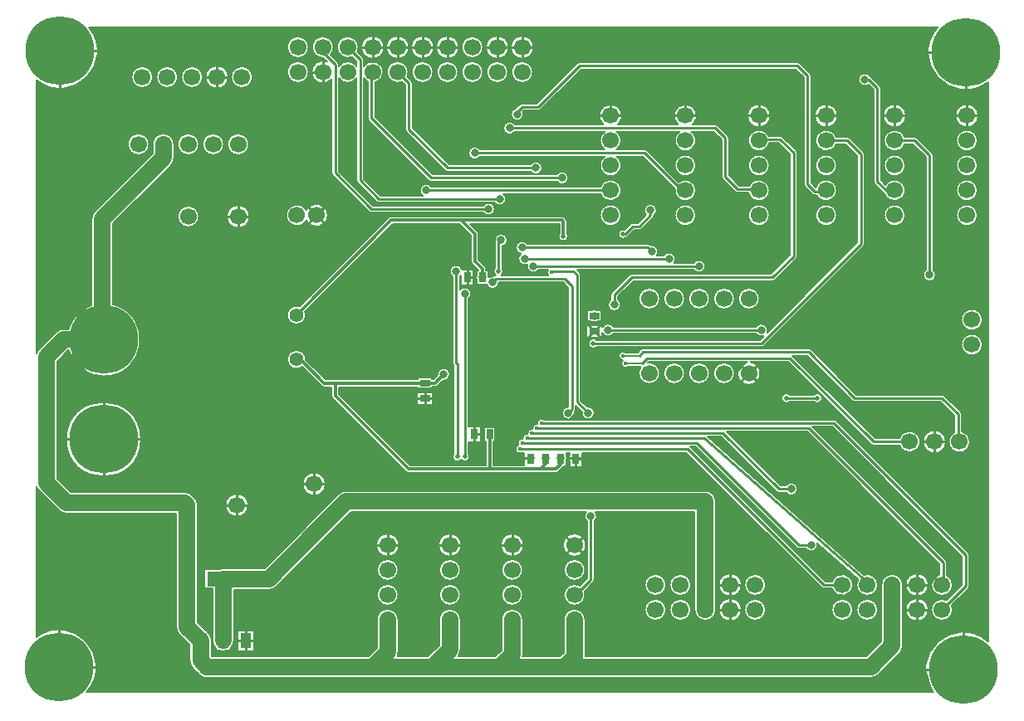
<source format=gbl>
G04 EasyPC Gerber Version 21.0.3 Build 4286 *
%FSLAX35Y35*%
%MOIN*%
%ADD17R,0.02559X0.03937*%
%ADD125R,0.03937X0.05906*%
%ADD16C,0.00500*%
%ADD90C,0.00787*%
%ADD79C,0.01000*%
%ADD88C,0.01181*%
%ADD129C,0.01575*%
%ADD114C,0.01969*%
%ADD89C,0.03200*%
%ADD15C,0.05600*%
%ADD12C,0.06693*%
%ADD18R,0.03937X0.02559*%
%ADD105C,0.27559*%
%ADD126R,0.12992X0.05906*%
X0Y0D02*
D02*
D12*
X230250Y175750D02*
X214250D01*
X207250Y168750*
Y118250*
X215250Y110250*
X262750*
X263750Y109250*
X230250Y175750D02*
X229750D01*
Y224250*
X254250Y248750*
Y254250*
X244250D03*
X245750Y281250D03*
X254250Y254250D03*
X255750Y281250D03*
X263750Y109250D02*
Y60293D01*
X269195Y54848*
X263750Y109250D03*
X264250Y225250D03*
Y254250D03*
X265750Y281250D03*
X274250Y254250D03*
X275750Y281250D03*
X278250Y54848D02*
Y79652D01*
X296652*
X314750Y97750*
X283750Y109250D03*
X284250Y225250D03*
Y254250D03*
X285750Y281250D03*
X307813Y225750D03*
X308250Y283250D03*
Y293250D03*
X314750Y97750D02*
X327750Y110750D01*
X471750*
Y77250*
X314750Y97750D03*
Y117750D03*
X315687Y225750D03*
X318250Y283250D03*
Y293250D03*
X328250Y283250D03*
Y293250D03*
X338250Y44250D02*
X271750D01*
X269250Y46750*
Y54793*
X269195Y54848*
X338250Y283250D03*
Y293250D03*
X344250Y63250D02*
Y50250D01*
X338250Y44250*
X344250Y63250D03*
Y73250D03*
Y83250D03*
Y93250D03*
X348250Y283250D03*
Y293250D03*
X358250Y283250D03*
Y293250D03*
X362250Y44250D02*
X338250D01*
X368250Y283250D03*
Y293250D03*
X369250Y63250D02*
Y51250D01*
X362250Y44250*
X369250Y63250D03*
Y73250D03*
Y83250D03*
Y93250D03*
X378250Y283250D03*
Y293250D03*
X388250Y283250D03*
Y293250D03*
X389250Y44250D02*
X362250D01*
X394250Y63250D02*
Y49250D01*
X389250Y44250*
X394250Y63250D03*
Y73250D03*
Y83250D03*
Y93250D03*
X398250Y283250D03*
Y293250D03*
X415250Y44250D02*
X389250D01*
X419250Y63250D02*
Y48250D01*
X415250Y44250*
X419250Y63250D03*
Y73250D03*
Y83250D03*
Y93250D03*
X433750Y225750D03*
Y235750D03*
Y245750D03*
Y255750D03*
Y265750D03*
X449250Y162250D03*
Y192250D03*
X451750Y67250D03*
Y77250D03*
X459250Y162250D03*
Y192250D03*
X461750Y67250D03*
Y77250D03*
X463750Y225750D03*
Y235750D03*
Y245750D03*
Y255750D03*
Y265750D03*
X469250Y162250D03*
Y192250D03*
X471750Y67250D03*
Y77250D02*
Y67250D01*
Y77250D03*
X479250Y162250D03*
Y192250D03*
X481750Y67250D03*
Y77250D03*
X489250Y162250D03*
Y192250D03*
X491750Y67250D03*
Y77250D03*
X493250Y225750D03*
Y235750D03*
Y245750D03*
Y255750D03*
Y265750D03*
X520250Y225750D03*
Y235750D03*
Y245750D03*
Y255750D03*
Y265750D03*
X526750Y67250D03*
Y77250D03*
X536750Y67250D03*
Y77250D03*
X546750Y67250D02*
Y52750D01*
X538250Y44250*
X415250*
X546750Y67250D03*
Y77250D02*
Y67250D01*
Y77250D03*
X547750Y225750D03*
Y235750D03*
Y245750D03*
Y255750D03*
Y265750D03*
X553750Y134750D03*
X556750Y67250D03*
Y77250D03*
X563750Y134750D03*
X566750Y67250D03*
Y77250D03*
X573750Y134750D03*
X576750Y225750D03*
Y235750D03*
Y245750D03*
Y255750D03*
Y265750D03*
X578750Y173750D03*
Y183750D03*
D02*
D15*
X307644Y185703D03*
X307683Y167789D03*
D02*
D16*
X565030Y301250D02*
X224396D01*
G75*
G02X203250Y280104I-11646J-9500*
G01*
Y170318*
G75*
G02X204212Y171788I4001J-1568*
G01*
X211212Y178788*
G75*
G02X214254Y180046I3038J-3039*
G01*
X216161*
G75*
G02X225454Y189677I14089J-4296*
G01*
Y224246*
G75*
G02Y224249I1128J2*
G01*
G75*
G02Y224250I1277J1*
G01*
G75*
G02X226712Y227288I4296*
G01*
X249954Y250530*
Y254168*
G75*
G02X249953Y254250I4301J82*
G01*
G75*
G02X258547I4297*
G01*
G75*
G02X258546Y254168I-4302*
G01*
Y248754*
G75*
G02Y248751I-1128J-2*
G01*
G75*
G02Y248750I-1277J0*
G01*
G75*
G02X257288Y245712I-4296*
G01*
X234046Y222470*
Y189982*
G75*
G02X230250Y161020I-3796J-14232*
G01*
G75*
G02X216161Y171454I0J14730*
G01*
X216030*
X211546Y166970*
Y120030*
X217030Y114546*
X262746*
G75*
G02X265788Y113288I4J-4297*
G01*
X266730Y112346*
G75*
G02X268047Y109250I-2980J-3096*
G01*
G75*
G02X268046Y109168I-4302*
G01*
Y62073*
X271369Y58750*
X272112*
Y58206*
G75*
G02X273704Y54793I-2862J-3413*
G01*
Y48704*
X336628*
X339954Y52030*
Y63168*
G75*
G02X339953Y63250I4301J82*
G01*
G75*
G02X348547I4297*
G01*
G75*
G02X348546Y63168I-4302*
G01*
Y50254*
G75*
G02Y50251I-1128J-2*
G01*
G75*
G02Y50250I-1277J0*
G01*
G75*
G02X348194Y48546I-4296J0*
G01*
X360470*
X364954Y53030*
Y63168*
G75*
G02X364953Y63250I4301J82*
G01*
G75*
G02X373547I4297*
G01*
G75*
G02X373546Y63168I-4302*
G01*
Y51254*
G75*
G02Y51251I-1128J-2*
G01*
G75*
G02Y51250I-1277J0*
G01*
G75*
G02X372589Y48546I-4296*
G01*
X387470*
X389954Y51030*
Y63168*
G75*
G02X389953Y63250I4301J82*
G01*
G75*
G02X398547I4297*
G01*
G75*
G02X398546Y63168I-4302*
G01*
Y49254*
G75*
G02Y49251I-1128J-2*
G01*
G75*
G02Y49250I-1277J0*
G01*
G75*
G02X398489Y48546I-4297J-1*
G01*
X413470*
X414954Y50030*
Y63168*
G75*
G02X414953Y63250I4301J82*
G01*
G75*
G02X423547I4297*
G01*
G75*
G02X423546Y63168I-4302*
G01*
Y48546*
X536470*
X542454Y54530*
Y67168*
G75*
G02Y67332I4301J82*
G01*
Y77168*
G75*
G02X542453Y77250I4301J82*
G01*
G75*
G02X551047I4297*
G01*
G75*
G02X551046Y77168I-4302*
G01*
Y67332*
G75*
G02Y67168I-4305J-82*
G01*
Y52754*
G75*
G02Y52751I-1128J-2*
G01*
G75*
G02Y52750I-1277J0*
G01*
G75*
G02X549788Y49712I-4296*
G01*
X541288Y41212*
G75*
G02X538246Y39954I-3038J3039*
G01*
X415254*
G75*
G02X415246I-4J4143*
G01*
X389254*
G75*
G02X389246I-4J4143*
G01*
X362254*
G75*
G02X362246I-4J4143*
G01*
X339424*
G75*
G02X338250Y39796I-1174J4297*
G01*
X271752*
G75*
G02X268601Y41101I-2J4454*
G01*
X266101Y43601*
G75*
G02X264796Y46750I3149J3150*
G01*
Y53171*
X260712Y57255*
G75*
G02X259454Y60293I3038J3038*
G01*
G75*
G02Y60294I1277J1*
G01*
G75*
G02Y60298I1128J2*
G01*
Y105954*
X215254*
G75*
G02X212212Y107212I-4J4297*
G01*
X204212Y115212*
G75*
G02X203250Y116682I3039J3038*
G01*
Y56287*
G75*
G02X223470Y34250I9000J-12037*
G01*
X563213*
G75*
G02X585250Y54470I12037J9000*
G01*
Y279213*
G75*
G02X565030Y301250I-9000J12037*
G01*
X572154Y265750D02*
G75*
G02X581346I4596D01*
G01*
G75*
G02X572154I-4596*
G01*
X576750Y230046D02*
G75*
G02X581046Y225750J-4296D01*
G01*
G75*
G02X576750Y221454I-4296*
G01*
G75*
G02X572454Y225750J4296*
G01*
G75*
G02X576750Y230046I4296*
G01*
X578750Y178046D02*
G75*
G02X583046Y173750J-4296D01*
G01*
G75*
G02X578750Y169454I-4296*
G01*
G75*
G02X574454Y173750J4296*
G01*
G75*
G02X578750Y178046I4296*
G01*
Y188046D02*
G75*
G02X583046Y183750J-4296D01*
G01*
G75*
G02X578750Y179454I-4296*
G01*
G75*
G02X574454Y183750J4296*
G01*
G75*
G02X578750Y188046I4296*
G01*
X576750Y240046D02*
G75*
G02X581046Y235750J-4296D01*
G01*
G75*
G02X576750Y231454I-4296*
G01*
G75*
G02X572454Y235750J4296*
G01*
G75*
G02X576750Y240046I4296*
G01*
Y250046D02*
G75*
G02X581046Y245750J-4296D01*
G01*
G75*
G02X576750Y241454I-4296*
G01*
G75*
G02X572454Y245750J4296*
G01*
G75*
G02X576750Y250046I4296*
G01*
Y260046D02*
G75*
G02X581046Y255750J-4296D01*
G01*
G75*
G02X576750Y251454I-4296*
G01*
G75*
G02X572454Y255750J4296*
G01*
G75*
G02X576750Y260046I4296*
G01*
X239954Y254250D02*
G75*
G02X248546I4296D01*
G01*
G75*
G02X239954I-4296*
G01*
X241454Y281250D02*
G75*
G02X250046I4296D01*
G01*
G75*
G02X241454I-4296*
G01*
X251454D02*
G75*
G02X260046I4296D01*
G01*
G75*
G02X251454I-4296*
G01*
X264250Y229546D02*
G75*
G02X268546Y225250J-4296D01*
G01*
G75*
G02X264250Y220954I-4296*
G01*
G75*
G02X259954Y225250J4296*
G01*
G75*
G02X264250Y229546I4296*
G01*
X259954Y254250D02*
G75*
G02X268546I4296D01*
G01*
G75*
G02X259954I-4296*
G01*
X261454Y281250D02*
G75*
G02X270046I4296D01*
G01*
G75*
G02X261454I-4296*
G01*
X269954Y254250D02*
G75*
G02X278546I4296D01*
G01*
G75*
G02X269954I-4296*
G01*
X476046Y77332D02*
G75*
G02Y77168I-4305J-82D01*
G01*
Y67332*
G75*
G02X476047Y67250I-4301J-82*
G01*
G75*
G02X467453I-4297*
G01*
G75*
G02X467454Y67332I4302*
G01*
Y77168*
G75*
G02Y77332I4301J82*
G01*
Y106454*
X427648*
G75*
G02X427200Y102652I-1898J-1704*
G01*
Y79250*
G75*
G02X426774Y78223I-1450*
G01*
X423283Y74732*
G75*
G02X419250Y68954I-4033J-1482*
G01*
G75*
G02X414954Y73250J4296*
G01*
G75*
G02X421412Y76963I4296*
G01*
X424300Y79851*
Y102652*
G75*
G02X423852Y106454I1450J2098*
G01*
X329530*
X317846Y94770*
G75*
G02X317730Y94654I-3096J2980*
G01*
X299690Y76613*
G75*
G02X296647Y75355I-3038J3039*
G01*
X282546*
Y54848*
G75*
G02X281167Y51694I-4297*
G01*
Y50947*
X280049*
G75*
G02X276451I-1799J3902*
G01*
X275333*
Y51694*
G75*
G02X273954Y54848I2918J3154*
G01*
Y75750*
X270805*
Y83553*
X276451*
G75*
G02X278250Y83948I1799J-3902*
G01*
X294872*
X311654Y100730*
G75*
G02X311770Y100846I3096J-2980*
G01*
X324712Y113788*
G75*
G02X327754Y115046I3038J-3039*
G01*
X471750*
G75*
G02X476046Y110750J-4296*
G01*
Y77332*
X447454Y67250D02*
G75*
G02X456046I4296D01*
G01*
G75*
G02X447454I-4296*
G01*
Y77250D02*
G75*
G02X456046I4296D01*
G01*
G75*
G02X447454I-4296*
G01*
X457454Y67250D02*
G75*
G02X466046I4296D01*
G01*
G75*
G02X457454I-4296*
G01*
Y77250D02*
G75*
G02X466046I4296D01*
G01*
G75*
G02X457454I-4296*
G01*
X339654Y93250D02*
G75*
G02X348846I4596D01*
G01*
G75*
G02X339654I-4596*
G01*
X344250Y77546D02*
G75*
G02X348546Y73250J-4296D01*
G01*
G75*
G02X344250Y68954I-4296*
G01*
G75*
G02X339954Y73250J4296*
G01*
G75*
G02X344250Y77546I4296*
G01*
Y87546D02*
G75*
G02X348546Y83250J-4296D01*
G01*
G75*
G02X344250Y78954I-4296*
G01*
G75*
G02X339954Y83250J4296*
G01*
G75*
G02X344250Y87546I4296*
G01*
X364654Y93250D02*
G75*
G02X373846I4596D01*
G01*
G75*
G02X364654I-4596*
G01*
X369250Y77546D02*
G75*
G02X373546Y73250J-4296D01*
G01*
G75*
G02X369250Y68954I-4296*
G01*
G75*
G02X364954Y73250J4296*
G01*
G75*
G02X369250Y77546I4296*
G01*
Y87546D02*
G75*
G02X373546Y83250J-4296D01*
G01*
G75*
G02X369250Y78954I-4296*
G01*
G75*
G02X364954Y83250J4296*
G01*
G75*
G02X369250Y87546I4296*
G01*
X389654Y93250D02*
G75*
G02X398846I4596D01*
G01*
G75*
G02X389654I-4596*
G01*
X394250Y77546D02*
G75*
G02X398546Y73250J-4296D01*
G01*
G75*
G02X394250Y68954I-4296*
G01*
G75*
G02X389954Y73250J4296*
G01*
G75*
G02X394250Y77546I4296*
G01*
Y87546D02*
G75*
G02X398546Y83250J-4296D01*
G01*
G75*
G02X394250Y78954I-4296*
G01*
G75*
G02X389954Y83250J4296*
G01*
G75*
G02X394250Y87546I4296*
G01*
X414654Y93250D02*
G75*
G02X423846I4596D01*
G01*
G75*
G02X414654I-4596*
G01*
X419250Y87546D02*
G75*
G02X423546Y83250J-4296D01*
G01*
G75*
G02X419250Y78954I-4296*
G01*
G75*
G02X414954Y83250J4296*
G01*
G75*
G02X419250Y87546I4296*
G01*
X284087Y59051D02*
X290524D01*
Y50646*
X284087*
Y59051*
X271154Y281250D02*
G75*
G02X280346I4596D01*
G01*
G75*
G02X271154I-4596*
G01*
X279154Y109250D02*
G75*
G02X288346I4596D01*
G01*
G75*
G02X279154I-4596*
G01*
X279654Y225250D02*
G75*
G02X288846I4596D01*
G01*
G75*
G02X279654I-4596*
G01*
X279954Y254250D02*
G75*
G02X288546I4296D01*
G01*
G75*
G02X279954I-4296*
G01*
X281454Y281250D02*
G75*
G02X290046I4296D01*
G01*
G75*
G02X281454I-4296*
G01*
X311581Y227815D02*
G75*
G02X320283Y225750I4106J-2065D01*
G01*
G75*
G02X311581Y223685I-4596*
G01*
G75*
G02X303517Y225750I-3768J2065*
G01*
G75*
G02X311581Y227815I4296J0*
G01*
X467152Y206700D02*
G75*
G02X471800Y205250I2098J-1450D01*
G01*
G75*
G02X467152Y203800I-2550*
G01*
X420251*
X421275Y202775*
G75*
G02X421700Y201750I-1025J-1026*
G01*
G75*
G02Y201749I-610J0*
G01*
G75*
G02Y201747I-610J-1*
G01*
Y151351*
X424292Y148759*
G75*
G02X427300Y146250I458J-2509*
G01*
G75*
G02X424750Y143700I-2550*
G01*
G75*
G02X422241Y146708J2550*
G01*
X419700Y149249*
Y147753*
G75*
G02Y147751I-610J-1*
G01*
G75*
G02Y147750I-610J0*
G01*
G75*
G02X419275Y146725I-1450J0*
G01*
X419259Y146708*
G75*
G02X416750Y143700I-2509J-458*
G01*
G75*
G02X414200Y146250J2550*
G01*
G75*
G02X416800Y148800I2550*
G01*
Y196649*
X414649Y198800*
X388973*
G75*
G02X388973Y198750I-2551J-45*
G01*
G75*
G02X384044Y197833I-2550*
G01*
X380073*
Y199510*
G75*
G02Y201990I2228J1240*
G01*
Y203667*
X380654*
X378161Y206161*
G75*
G02X377709Y207250I1089J1089*
G01*
Y217612*
X373112Y222209*
X346329*
X311151Y187031*
G75*
G02X311394Y185703I-3507J-1328*
G01*
G75*
G02X303894I-3750*
G01*
G75*
G02X308972Y189210I3750*
G01*
X344602Y224839*
G75*
G02X345693Y225291I1089J-1090*
G01*
X414248*
G75*
G02X415339Y224839I2J-1541*
G01*
X415839Y224339*
G75*
G02X416291Y223250I-1089J-1089*
G01*
Y218420*
G75*
G02X416684Y217250I-1541J-1170*
G01*
G75*
G02X412816I-1934*
G01*
G75*
G02X413209Y218420I1934*
G01*
Y222209*
X377469*
X380339Y219339*
G75*
G02X380791Y218250I-1089J-1089*
G01*
Y207888*
X383391Y205288*
G75*
G02X383842Y204199I-1089J-1089*
G01*
Y203667*
X384530*
Y201990*
G75*
G02X384851Y200758I-2228J-1240*
G01*
G75*
G02X386731Y201281I1572J-2007*
G01*
G75*
G02X387603Y201693I1019J-1032*
G01*
G75*
G02X387300Y204530I1147J1557*
G01*
Y214699*
G75*
G02X387346Y215061I1450J0*
G01*
G75*
G02X387251Y215750I2456J689*
G01*
G75*
G02X392351I2550*
G01*
G75*
G02X390200Y213231I-2550*
G01*
Y204530*
G75*
G02X389907Y201700I-1450J-1280*
G01*
X408661*
G75*
G02Y203800I1384J1050*
G01*
X404848*
G75*
G02X400290Y205922I-2098J1450*
G01*
G75*
G02X397685Y210263I-1040J2328*
G01*
G75*
G02X395700Y212750I565J2487*
G01*
G75*
G02X400348Y214200I2550*
G01*
X448747*
G75*
G02X449775Y213775I3J-1450*
G01*
X449792Y213759*
G75*
G02X452275Y209700I458J-2509*
G01*
X455152*
G75*
G02X459800Y208250I2098J-1450*
G01*
G75*
G02X459275Y206700I-2550*
G01*
X467152*
X577274Y90277D02*
G75*
G02X577700Y89250I-1024J-1027D01*
G01*
Y76750*
G75*
G02X577274Y75723I-1450*
G01*
X570635Y69085*
G75*
G02X571046Y67250I-3885J-1835*
G01*
G75*
G02X562454I-4296*
G01*
G75*
G02X568585Y71135I4296*
G01*
X574800Y77351*
Y88649*
X522649Y140800*
X514751*
X568274Y87277*
G75*
G02X568700Y86250I-1024J-1027*
G01*
Y81078*
G75*
G02X571046Y77250I-1950J-3828*
G01*
G75*
G02X562454I-4296*
G01*
G75*
G02X565800Y81440I4296*
G01*
Y85649*
X512649Y138800*
X480251*
X501851Y117200*
X504152*
G75*
G02X508800Y115750I2098J-1450*
G01*
G75*
G02X504152Y114300I-2550*
G01*
X501250*
G75*
G02X500223Y114726J1450*
G01*
X478149Y136800*
X472815*
X535399Y81328*
G75*
G02X541046Y77250I1351J-4078*
G01*
G75*
G02X532454I-4296*
G01*
G75*
G02X533090Y79500I4297*
G01*
X516670Y94054*
G75*
G02X512152Y91800I-2420J-804*
G01*
X509250*
G75*
G02X508223Y92226J1450*
G01*
X467649Y132800*
X465750*
G75*
G02X465777Y132774I-994J-1051*
G01*
X519851Y78700*
X522706*
G75*
G02X531046Y77250I4044J-1450*
G01*
G75*
G02X522706Y75800I-4296*
G01*
X519250*
G75*
G02X518223Y76226J1450*
G01*
X464149Y130300*
X422331*
Y129459*
G75*
G02Y127041I-2581J-1209*
G01*
Y124531*
X417272*
Y126843*
G75*
G02Y129657I2478J1407*
G01*
Y130300*
X415927*
Y129490*
G75*
G02Y127010I-2228J-1240*
G01*
Y124833*
X414973*
G75*
G02X414788Y124609I-1274J866*
G01*
X412839Y122661*
G75*
G02X411748Y122209I-1089J1090*
G01*
X384700*
G75*
G02X384697I-2J1719*
G01*
X352752*
G75*
G02X351661Y122661I-2J1541*
G01*
X322161Y152161*
G75*
G02X321709Y153250I1089J1089*
G01*
Y156709*
X318724*
G75*
G02X317633Y157161I-2J1541*
G01*
X309974Y164820*
G75*
G02X303933Y167789I-2291J2969*
G01*
G75*
G02X311433I3750*
G01*
G75*
G02X311432Y167719I-3743J7*
G01*
X319361Y159791*
X322435*
G75*
G02X323250Y159999I815J-1489*
G01*
X356333*
Y160530*
X362167*
Y159842*
X362612*
X364224Y161454*
G75*
G02X364200Y161801I2527J346*
G01*
G75*
G02X369300I2550*
G01*
G75*
G02X366402Y159275I-2550*
G01*
X364339Y157212*
G75*
G02X363248Y156761I-1089J1090*
G01*
X362167*
Y156073*
X356333*
Y156603*
X324791*
Y153888*
X353388Y125291*
X383709*
Y134833*
X383022*
Y140667*
X387478*
Y134833*
X386791*
Y125291*
X399169*
Y127041*
G75*
G02Y129459I2581J1209*
G01*
Y130300*
X398207*
G75*
G02X395513Y131750I-957J1450*
G01*
G75*
G02X396717Y133404I1737*
G01*
G75*
G02X398488Y135969I1517J846*
G01*
G75*
G02X400457Y137969I1715J281*
G01*
G75*
G02X402425Y139969I1715J281*
G01*
G75*
G02X404394Y141969I1715J281*
G01*
G75*
G02X407065Y143700I1715J281*
G01*
X523250*
G75*
G02X524277Y143274J-1450*
G01*
X577274Y90277*
X535274Y251277D02*
G75*
G02X535700Y250250I-1024J-1027D01*
G01*
Y214250*
G75*
G02X535274Y213223I-1450*
G01*
X495277Y173226*
G75*
G02X494250Y172800I-1027J1024*
G01*
X428030*
G75*
G02X424816Y174250I-1280J1450*
G01*
G75*
G02X428030Y175700I1934*
G01*
X493649*
X495185Y177236*
G75*
G02X492152Y178158I-935J2372*
G01*
X434848*
G75*
G02X430469Y178469I-2098J1450*
G01*
Y176669*
X424031*
Y181728*
X430469*
Y180747*
G75*
G02X434848Y181058I2281J-1139*
G01*
X492152*
G75*
G02X496622Y178673I2098J-1450*
G01*
X532800Y214851*
Y249649*
X528149Y254300*
X524294*
G75*
G02X515954Y255750I-4044J1450*
G01*
G75*
G02X524294Y257200I4296*
G01*
X528750*
G75*
G02X529777Y256774J-1450*
G01*
X535274Y251277*
X574700Y138940D02*
G75*
G02X578046Y134750I-950J-4190D01*
G01*
G75*
G02X569454I-4296*
G01*
G75*
G02X571800Y138578I4296*
G01*
Y145149*
X566149Y150800*
X531750*
G75*
G02X530723Y151226J1450*
G01*
X512649Y169300*
X506750*
G75*
G02X506777Y169274I-994J-1051*
G01*
X539851Y136200*
X549706*
G75*
G02X558046Y134750I4044J-1450*
G01*
G75*
G02X549706Y133300I-4296*
G01*
X539250*
G75*
G02X538223Y133726J1450*
G01*
X505149Y166800*
X489902*
G75*
G02X489250Y157654I-652J-4550*
G01*
G75*
G02X488598Y166800J4596*
G01*
X448851*
X448538Y166487*
G75*
G02X449250Y166546I712J-4236*
G01*
G75*
G02X453546Y162250J-4296*
G01*
G75*
G02X449250Y157954I-4296*
G01*
G75*
G02X445837Y164860I0J4296*
G01*
G75*
G02X445705Y164906I415J1388*
G01*
X440852*
G75*
G02X438567Y167522I-1101J1344*
G01*
G75*
G02X437013Y169250I183J1728*
G01*
G75*
G02X439852Y170594I1737*
G01*
X444543*
X445725Y171775*
G75*
G02X446753Y172200I1026J-1025*
G01*
X513250*
G75*
G02X514277Y171774J-1450*
G01*
X532351Y153700*
X566750*
G75*
G02X567777Y153274J-1450*
G01*
X574274Y146777*
G75*
G02X574700Y145750I-1024J-1027*
G01*
Y138940*
X559154Y134750D02*
G75*
G02X568346I4596D01*
G01*
G75*
G02X559154I-4596*
G01*
X515470Y153700D02*
G75*
G02X518684Y152250I1280J-1450D01*
G01*
G75*
G02X515470Y150800I-1934*
G01*
X505530*
G75*
G02X502316Y152250I-1280J1450*
G01*
G75*
G02X505530Y153700I1934*
G01*
X515470*
X459250Y166546D02*
G75*
G02X463546Y162250J-4296D01*
G01*
G75*
G02X459250Y157954I-4296*
G01*
G75*
G02X454954Y162250J4296*
G01*
G75*
G02X459250Y166546I4296*
G01*
X469250D02*
G75*
G02X473546Y162250J-4296D01*
G01*
G75*
G02X469250Y157954I-4296*
G01*
G75*
G02X464954Y162250J4296*
G01*
G75*
G02X469250Y166546I4296*
G01*
X479250D02*
G75*
G02X483546Y162250J-4296D01*
G01*
G75*
G02X479250Y157954I-4296*
G01*
G75*
G02X474954Y162250J4296*
G01*
G75*
G02X479250Y166546I4296*
G01*
X428490Y187530D02*
X430167D01*
Y183073*
X428490*
G75*
G02X426010I-1240J2228*
G01*
X424333*
Y187530*
X426010*
G75*
G02X428490I1240J-2228*
G01*
X508274Y251777D02*
G75*
G02X508700Y250750I-1024J-1027D01*
G01*
Y209250*
G75*
G02X508274Y208223I-1450*
G01*
X499777Y199726*
G75*
G02X498750Y199300I-1027J1024*
G01*
X442851*
X436700Y193149*
Y191848*
G75*
G02X437800Y189750I-1450J-2098*
G01*
G75*
G02X432700I-2550*
G01*
G75*
G02X433800Y191848I2550*
G01*
Y193750*
G75*
G02X434226Y194777I1450*
G01*
X441223Y201774*
G75*
G02X442250Y202200I1027J-1024*
G01*
X498149*
X505800Y209851*
Y250149*
X501149Y254800*
X497440*
G75*
G02X488954Y255750I-4190J950*
G01*
G75*
G02X497078Y257700I4296*
G01*
X501750*
G75*
G02X502777Y257274J-1450*
G01*
X508274Y251777*
X449250Y196546D02*
G75*
G02Y187954J-4296D01*
G01*
G75*
G02X444954Y192250J4296*
G01*
G75*
G02X449250Y196546I4296*
G01*
X459250D02*
G75*
G02Y187954J-4296D01*
G01*
G75*
G02X454954Y192250J4296*
G01*
G75*
G02X459250Y196546I4296*
G01*
X469250D02*
G75*
G02X473546Y192250J-4296D01*
G01*
G75*
G02X469250Y187954I-4296*
G01*
G75*
G02X464954Y192250J4296*
G01*
G75*
G02X469250Y196546I4296*
G01*
X479250D02*
G75*
G02Y187954J-4296D01*
G01*
G75*
G02X474954Y192250J4296*
G01*
G75*
G02X479250Y196546I4296*
G01*
X489250D02*
G75*
G02X493546Y192250J-4296D01*
G01*
G75*
G02X489250Y187954I-4296*
G01*
G75*
G02X484954Y192250J4296*
G01*
G75*
G02X489250Y196546I4296*
G01*
X552154Y67250D02*
G75*
G02X561346I4596D01*
G01*
G75*
G02X552154I-4596*
G01*
Y77250D02*
G75*
G02X561346I4596D01*
G01*
G75*
G02X552154I-4596*
G01*
X532454Y67250D02*
G75*
G02X541046I4296D01*
G01*
G75*
G02X532454I-4296*
G01*
X522454D02*
G75*
G02X531046I4296D01*
G01*
G75*
G02X522454I-4296*
G01*
X477154D02*
G75*
G02X486346I4596D01*
G01*
G75*
G02X477154I-4596*
G01*
Y77250D02*
G75*
G02X486346I4596D01*
G01*
G75*
G02X477154I-4596*
G01*
X487454Y67250D02*
G75*
G02X496046I4296D01*
G01*
G75*
G02X487454I-4296*
G01*
Y77250D02*
G75*
G02X496046I4296D01*
G01*
G75*
G02X487454I-4296*
G01*
X310154Y117750D02*
G75*
G02X319346I4596D01*
G01*
G75*
G02X310154I-4596*
G01*
X356031Y154728D02*
X362469D01*
Y149669*
X356031*
Y154728*
X376700Y140969D02*
X381677D01*
Y134531*
X376700*
Y130030*
G75*
G02X377184Y128750I-1450J-1280*
G01*
G75*
G02X373750Y127529I-1934*
G01*
G75*
G02X370316Y128750I-1500J1221*
G01*
G75*
G02X370800Y130030I1935*
G01*
Y165155*
G75*
G02X370300Y166250I950J1095*
G01*
Y201152*
G75*
G02X369200Y203250I1450J2098*
G01*
G75*
G02X374197Y203969I2550*
G01*
X378728*
Y197531*
X373669*
Y201571*
G75*
G02X373200Y201152I-1920J1679*
G01*
Y195767*
G75*
G02X377800Y194250I2050J-1517*
G01*
G75*
G02X376700Y192152I-2550*
G01*
Y140969*
X303954Y283250D02*
G75*
G02X312546I4296D01*
G01*
G75*
G02X303954I-4296*
G01*
Y293250D02*
G75*
G02X312546I4296D01*
G01*
G75*
G02X303954I-4296*
G01*
X429706Y237200D02*
G75*
G02X438046Y235750I4044J-1450D01*
G01*
G75*
G02X429706Y234300I-4296*
G01*
X390767*
G75*
G02X391800Y232250I-1517J-2050*
G01*
G75*
G02X387152Y230800I-2550*
G01*
X340750*
G75*
G02X339723Y231226J1450*
G01*
X332226Y238723*
G75*
G02X331800Y239750I1024J1027*
G01*
Y280830*
G75*
G02X324700I-3550J2420*
G01*
Y243351*
X338351Y229700*
X382652*
G75*
G02X387300Y228250I2098J-1450*
G01*
G75*
G02X382652Y226800I-2550*
G01*
X337750*
G75*
G02X336723Y227226J1450*
G01*
X322226Y241723*
G75*
G02X321800Y242750I1024J1027*
G01*
Y280330*
G75*
G02X313654Y283250I-3550J2920*
G01*
G75*
G02X319915Y287534I4596*
G01*
X318489Y288960*
G75*
G02X313954Y293250I-239J4290*
G01*
G75*
G02X322546I4296*
G01*
G75*
G02X321313Y290237I-4296*
G01*
X324274Y287277*
G75*
G02X324700Y286250I-1024J-1027*
G01*
Y285670*
G75*
G02X331800I3550J-2420*
G01*
Y287649*
X330085Y289365*
G75*
G02X323954Y293250I-1835J3885*
G01*
G75*
G02X332546I4296*
G01*
G75*
G02X332135Y291415I-4297*
G01*
X334274Y289277*
G75*
G02X334700Y288250I-1024J-1027*
G01*
Y285670*
G75*
G02X342546Y283250I3550J-2420*
G01*
G75*
G02X339200Y279060I-4296*
G01*
Y265351*
X362351Y242200*
X412152*
G75*
G02X416800Y240750I2098J-1450*
G01*
G75*
G02X412152Y239300I-2550*
G01*
X361750*
G75*
G02X360723Y239726J1450*
G01*
X336726Y263723*
G75*
G02X336300Y264750I1024J1027*
G01*
Y279422*
G75*
G02X334700Y280830I1950J3828*
G01*
Y240351*
X341351Y233700*
X358233*
G75*
G02X357200Y235750I1517J2050*
G01*
G75*
G02X361848Y237200I2550*
G01*
X429706*
X401652Y246200D02*
G75*
G02X406300Y244750I2098J-1450D01*
G01*
G75*
G02X401652Y243300I-2550*
G01*
X368250*
G75*
G02X367223Y243726J1450*
G01*
X351726Y259223*
G75*
G02X351300Y260250I1024J1027*
G01*
Y278149*
X350085Y279365*
G75*
G02X343954Y283250I-1835J3885*
G01*
G75*
G02X352546I4296*
G01*
G75*
G02X352135Y281415I-4297*
G01*
X353774Y279777*
G75*
G02X354200Y278750I-1024J-1027*
G01*
Y260851*
X368851Y246200*
X401652*
X433750Y230046D02*
G75*
G02X438046Y225750J-4296D01*
G01*
G75*
G02X433750Y221454I-4296*
G01*
G75*
G02X429454Y225750J4296*
G01*
G75*
G02X433750Y230046I4296*
G01*
X447200Y227750D02*
G75*
G02X452300I2550D01*
G01*
G75*
G02X451196Y225650I-2550*
G01*
G75*
G02X450774Y224723I-1446J100*
G01*
X446277Y220226*
G75*
G02X445250Y219800I-1027J1024*
G01*
X443351*
X440777Y217226*
G75*
G02X440069Y216835I-1027J1024*
G01*
G75*
G02X436816Y218250I-1319J1415*
G01*
G75*
G02X439487Y220038I1934*
G01*
X441723Y222274*
G75*
G02X442750Y222700I1027J-1024*
G01*
X444649*
X447922Y225972*
G75*
G02X447200Y227750I1828J1778*
G01*
X333654Y293250D02*
G75*
G02X342846I4596D01*
G01*
G75*
G02X333654I-4596*
G01*
X343654D02*
G75*
G02X352846I4596D01*
G01*
G75*
G02X343654I-4596*
G01*
X353654D02*
G75*
G02X362846I4596D01*
G01*
G75*
G02X353654I-4596*
G01*
X353954Y283250D02*
G75*
G02X362546I4296D01*
G01*
G75*
G02X353954I-4296*
G01*
X363654Y293250D02*
G75*
G02X372846I4596D01*
G01*
G75*
G02X363654I-4596*
G01*
X363954Y283250D02*
G75*
G02X372546I4296D01*
G01*
G75*
G02X363954I-4296*
G01*
X373954D02*
G75*
G02X382546I4296D01*
G01*
G75*
G02X373954I-4296*
G01*
X489422Y237700D02*
G75*
G02X497546Y235750I3828J-1950D01*
G01*
G75*
G02X489060Y234800I-4296*
G01*
X484750*
G75*
G02X483723Y235226J1450*
G01*
X478726Y240223*
G75*
G02X478300Y241250I1024J1027*
G01*
Y256149*
X475149Y259300*
X466170*
G75*
G02X463750Y251454I-2420J-3550*
G01*
G75*
G02X461330Y259300J4296*
G01*
X436170*
G75*
G02Y252200I-2420J-3550*
G01*
X447250*
G75*
G02X448277Y251774J-1450*
G01*
X461000Y239051*
G75*
G02X468046Y235750I2750J-3301*
G01*
G75*
G02X463750Y231454I-4296*
G01*
G75*
G02X459509Y236440J4296*
G01*
X446649Y249300*
X436170*
G75*
G02X433750Y241454I-2420J-3550*
G01*
G75*
G02X431330Y249300J4296*
G01*
X381348*
G75*
G02X376700Y250750I-2098J1450*
G01*
G75*
G02X381348Y252200I2550*
G01*
X431330*
G75*
G02Y259300I2420J3550*
G01*
X395348*
G75*
G02X390700Y260750I-2098J1450*
G01*
G75*
G02X395348Y262200I2550*
G01*
X430830*
G75*
G02X433750Y270346I2920J3550*
G01*
G75*
G02X436670Y262200J-4596*
G01*
X460830*
G75*
G02X463750Y270346I2920J3550*
G01*
G75*
G02X466670Y262200J-4596*
G01*
X475750*
G75*
G02X476777Y261774J-1450*
G01*
X480774Y257777*
G75*
G02X481200Y256750I-1024J-1027*
G01*
Y241851*
X485351Y237700*
X489422*
X493250Y230046D02*
G75*
G02Y221454J-4296D01*
G01*
G75*
G02X488954Y225750J4296*
G01*
G75*
G02X493250Y230046I4296*
G01*
X463750Y250046D02*
G75*
G02X468046Y245750J-4296D01*
G01*
G75*
G02X463750Y241454I-4296*
G01*
G75*
G02X459454Y245750J4296*
G01*
G75*
G02X463750Y250046I4296*
G01*
Y230046D02*
G75*
G02X468046Y225750J-4296D01*
G01*
G75*
G02X463750Y221454I-4296*
G01*
G75*
G02X459454Y225750J4296*
G01*
G75*
G02X463750Y230046I4296*
G01*
X373954Y293250D02*
G75*
G02X382546I4296D01*
G01*
G75*
G02X373954I-4296*
G01*
X383654D02*
G75*
G02X392846I4596D01*
G01*
G75*
G02X383654I-4596*
G01*
X383954Y283250D02*
G75*
G02X392546I4296D01*
G01*
G75*
G02X383954I-4296*
G01*
X393654Y293250D02*
G75*
G02X402846I4596D01*
G01*
G75*
G02X393654I-4596*
G01*
X516119Y236931D02*
G75*
G02X524546Y235750I4131J-1181D01*
G01*
G75*
G02X516422Y233800I-4296*
G01*
X515750*
G75*
G02X514723Y234226J1450*
G01*
X511726Y237223*
G75*
G02X511300Y238250I1024J1027*
G01*
Y281149*
X508149Y284300*
X421851*
X405777Y268226*
G75*
G02X404750Y267800I-1027J1024*
G01*
X398851*
X398500Y267450*
G75*
G02X398800Y266250I-2250J-1199*
G01*
G75*
G02X393700I-2550*
G01*
G75*
G02X395686Y268737I2550*
G01*
X397225Y270275*
G75*
G02X398253Y270700I1026J-1025*
G01*
X404149*
X420223Y286774*
G75*
G02X421250Y287200I1027J-1024*
G01*
X508750*
G75*
G02X509777Y286774J-1450*
G01*
X513774Y282777*
G75*
G02X514200Y281750I-1024J-1027*
G01*
Y238851*
X516119Y236931*
X520250Y230046D02*
G75*
G02Y221454J-4296D01*
G01*
G75*
G02X515954Y225750J4296*
G01*
G75*
G02X520250Y230046I4296*
G01*
X488654Y265750D02*
G75*
G02X497846I4596D01*
G01*
G75*
G02X488654I-4596*
G01*
X493250Y250046D02*
G75*
G02X497546Y245750J-4296D01*
G01*
G75*
G02X493250Y241454I-4296*
G01*
G75*
G02X488954Y245750J4296*
G01*
G75*
G02X493250Y250046I4296*
G01*
X393954Y283250D02*
G75*
G02X402546I4296D01*
G01*
G75*
G02X393954I-4296*
G01*
X515654Y265750D02*
G75*
G02X524846I4596D01*
G01*
G75*
G02X515654I-4596*
G01*
X520250Y250046D02*
G75*
G02X524546Y245750J-4296D01*
G01*
G75*
G02X520250Y241454I-4296*
G01*
G75*
G02X515954Y245750J4296*
G01*
G75*
G02X520250Y250046I4296*
G01*
X544075Y237976D02*
G75*
G02X552046Y235750I3675J-2226D01*
G01*
G75*
G02X543663Y234424I-4296*
G01*
G75*
G02X543223Y234726I586J1326*
G01*
X539726Y238223*
G75*
G02X539300Y239250I1024J1027*
G01*
Y276149*
X537257Y278193*
G75*
G02X533200Y280250I-1507J2057*
G01*
G75*
G02X537967Y281511I2550*
G01*
G75*
G02X538277Y281274I-717J-1261*
G01*
X541774Y277777*
G75*
G02X542200Y276750I-1024J-1027*
G01*
Y239851*
X544075Y237976*
X547750Y230046D02*
G75*
G02X552046Y225750J-4296D01*
G01*
G75*
G02X547750Y221454I-4296*
G01*
G75*
G02X543454Y225750J4296*
G01*
G75*
G02X547750Y230046I4296*
G01*
X543154Y265750D02*
G75*
G02X552346I4596D01*
G01*
G75*
G02X543154I-4596*
G01*
X547750Y250046D02*
G75*
G02X552046Y245750J-4296D01*
G01*
G75*
G02X547750Y241454I-4296*
G01*
G75*
G02X543454Y245750J4296*
G01*
G75*
G02X547750Y250046I4296*
G01*
X563200Y203848D02*
G75*
G02X564300Y201750I-1450J-2098D01*
G01*
G75*
G02X559200I-2550*
G01*
G75*
G02X560300Y203848I2550*
G01*
Y249149*
X555149Y254300*
X551794*
G75*
G02X543454Y255750I-4044J1450*
G01*
G75*
G02X551794Y257200I4296*
G01*
X555750*
G75*
G02X556777Y256774J-1450*
G01*
X562774Y250777*
G75*
G02X563200Y249750I-1024J-1027*
G01*
Y203848*
X215220Y135750D02*
G75*
G02X245280I15030D01*
G01*
G75*
G02X215220I-15030*
G01*
X563030Y34500D02*
G36*
G75*
G02X560220Y43250I12220J8750D01*
G01*
G75*
G02X565691Y54848I15030*
G01*
X551046*
Y52754*
Y52751*
Y52750*
G75*
G02Y52749I-4101J0*
G01*
G75*
G02X549788Y49712I-4295*
G01*
X541288Y41212*
G75*
G02X538246Y39954I-3037J3037*
G01*
X415254*
X415246*
X389254*
X389246*
X362254*
X362246*
X339424*
G75*
G02X338250Y39796I-1172J4280*
G01*
X271752*
G75*
G02X268601Y41101I-2J4453*
G01*
X266101Y43601*
G75*
G02X264796Y46750I3152J3151*
G01*
Y53171*
X263119Y54848*
X222907*
G75*
G02X227280Y44250I-10657J-10598*
G01*
G75*
G02X223688Y34500I-15030J0*
G01*
X563030*
G37*
X339954Y54848D02*
G36*
X290524D01*
Y50646*
X284087*
Y54848*
X282546*
G75*
G02X281167Y51694I-4297*
G01*
Y50947*
X280049*
G75*
G02X276451I-1799J3902*
G01*
X275333*
Y51694*
G75*
G02X273954Y54848I2918J3154*
G01*
X273704*
G75*
G02X273704Y54794I-4466J-59*
G01*
Y54793*
Y48704*
X336628*
X339954Y52030*
Y54848*
G37*
X364954D02*
G36*
X348546D01*
Y50254*
Y50251*
Y50250*
G75*
G02X348194Y48546I-4302J1*
G01*
X360470*
X364954Y53030*
Y54848*
G37*
X389954D02*
G36*
X373546D01*
Y51254*
Y51251*
Y51250*
G75*
G02X372589Y48546I-4300J1*
G01*
X387470*
X389954Y51030*
Y54848*
G37*
X414954D02*
G36*
X398546D01*
Y49254*
Y49251*
Y49250*
G75*
G02X398489Y48546I-4323J2*
G01*
X413470*
X414954Y50030*
Y54848*
G37*
X542454D02*
G36*
X423546D01*
Y48546*
X536470*
X542454Y54530*
Y54848*
G37*
X585000Y54688D02*
G36*
Y54848D01*
X584809*
G75*
G02X585000Y54688I-9548J-11596*
G01*
G37*
X263119Y54848D02*
G36*
X260712Y57255D01*
G75*
G02X259454Y60293I3041J3039*
G01*
Y60294*
Y60298*
Y67250*
X203500*
Y56470*
G75*
G02X222907Y54848I8750J-12220*
G01*
X263119*
G37*
X273954Y67250D02*
G36*
X268046D01*
Y62073*
X271369Y58750*
X272112*
Y58206*
G75*
G02X273704Y54848I-2861J-3412*
G01*
X273954*
Y67250*
G37*
X339954Y54848D02*
G36*
Y63168D01*
G75*
G02X339953Y63250I471449J4553*
G01*
G75*
G02X342680Y67250I4297*
G01*
X282546*
Y54848*
X284087*
Y59051*
X290524*
Y54848*
X339954*
G37*
X364954D02*
G36*
Y63168D01*
G75*
G02X364953Y63250I471449J4553*
G01*
G75*
G02X367680Y67250I4297*
G01*
X345820*
G75*
G02X348547Y63250I-1570J-4000*
G01*
G75*
G02X348546Y63168I-471450J4470*
G01*
Y54848*
X364954*
G37*
X389954D02*
G36*
Y63168D01*
G75*
G02X389953Y63250I471449J4553*
G01*
G75*
G02X392680Y67250I4297*
G01*
X370820*
G75*
G02X373547Y63250I-1570J-4000*
G01*
G75*
G02X373546Y63168I-471450J4470*
G01*
Y54848*
X389954*
G37*
X414954D02*
G36*
Y63168D01*
G75*
G02X414953Y63250I471449J4553*
G01*
G75*
G02X417680Y67250I4297*
G01*
X395820*
G75*
G02X398547Y63250I-1570J-4000*
G01*
G75*
G02X398546Y63168I-471450J4470*
G01*
Y54848*
X414954*
G37*
X542453Y67250D02*
G36*
X541046D01*
G75*
G02X532454I-4296*
G01*
X531046*
G75*
G02X522454I-4296*
G01*
X496046*
G75*
G02X487454I-4296*
G01*
X486346*
G75*
G02X477154I-4596*
G01*
X476047*
G75*
G02X467453I-4297*
G01*
X466046*
G75*
G02X457454I-4296*
G01*
X456046*
G75*
G02X447454I-4296*
G01*
X420820*
G75*
G02X423547Y63250I-1570J-4000*
G01*
G75*
G02X423546Y63168I-471450J4470*
G01*
Y54848*
X542454*
Y67168*
G75*
G02X542453Y67250I4301J82*
G01*
G37*
X584809Y54848D02*
G36*
X585000D01*
Y67250*
X571046*
G75*
G02X562454I-4296*
G01*
X561346*
G75*
G02X552154I-4596*
G01*
X551047*
G75*
G02X551046Y67168I-4302*
G01*
Y54848*
X565691*
G75*
G02X584809I9559J-11598*
G01*
G37*
X259454Y77250D02*
G36*
X203500D01*
Y67250*
X259454*
Y77250*
G37*
X270805D02*
G36*
X268046D01*
Y67250*
X273954*
Y75750*
X270805*
Y77250*
G37*
X467453D02*
G36*
X466046D01*
G75*
G02X457454I-4296*
G01*
X456046*
G75*
G02X447454I-4296*
G01*
X425801*
X423283Y74732*
G75*
G02X423546Y73250I-4033J-1482*
G01*
G75*
G02X419250Y68954I-4296*
G01*
G75*
G02X414954Y73250J4296*
G01*
Y73250*
G75*
G02X417682Y77250I4296*
G01*
X395819*
G75*
G02X398546Y73250I-1568J-4000*
G01*
Y73250*
Y73250*
G75*
G02X394250Y68954I-4296*
G01*
G75*
G02X389954Y73250J4296*
G01*
Y73250*
Y73250*
G75*
G02X392681Y77250I4296*
G01*
X370819*
G75*
G02X373546Y73250I-1568J-4000*
G01*
Y73250*
Y73250*
G75*
G02X369250Y68954I-4296*
G01*
G75*
G02X364954Y73250J4296*
G01*
Y73250*
Y73250*
G75*
G02X367681Y77250I4296*
G01*
X345819*
G75*
G02X348546Y73250I-1568J-4000*
G01*
Y73250*
Y73250*
G75*
G02X344250Y68954I-4296*
G01*
G75*
G02X339954Y73250J4296*
G01*
Y73250*
Y73250*
G75*
G02X342681Y77250I4296*
G01*
X300326*
X299690Y76613*
G75*
G02X296647Y75355I-3037J3037*
G01*
X282546*
Y67250*
X342680*
G75*
G02X345820I1570J-4000*
G01*
X367680*
G75*
G02X370820I1570J-4000*
G01*
X392680*
G75*
G02X395820I1570J-4000*
G01*
X417680*
G75*
G02X420820I1570J-4000*
G01*
X447454*
G75*
G02X456046I4296*
G01*
X457454*
G75*
G02X466046I4296*
G01*
X467453*
G75*
G02X467454Y67332I471450J-4470*
G01*
Y77168*
G75*
G02X467453Y77250I4301J82*
G01*
G37*
X421700D02*
G36*
X420818D01*
G75*
G02X421412Y76963I-1569J-4000*
G01*
X421700Y77250*
G37*
X542453D02*
G36*
X541046D01*
G75*
G02X532454I-4296*
G01*
X531046*
G75*
G02X522706Y75800I-4296*
G01*
X519250*
G75*
G02X518223Y76226I-1J1449*
G01*
X517199Y77250*
X496046*
G75*
G02X487454I-4296*
G01*
X486346*
G75*
G02X477154I-4596*
G01*
X476047*
G75*
G02X476046Y77168I-4302*
G01*
Y67332*
G75*
G02X476047Y67250I-471449J-4553*
G01*
X477154*
G75*
G02X486346I4596*
G01*
X487454*
G75*
G02X496046I4296*
G01*
X522454*
G75*
G02X531046I4296*
G01*
X532454*
G75*
G02X541046I4296*
G01*
X542453*
G75*
G02X542454Y67332I4302*
G01*
Y77168*
G75*
G02X542453Y77250I471449J4553*
G01*
G37*
X574699D02*
G36*
X571046D01*
G75*
G02X562454I-4296*
G01*
X561346*
G75*
G02X552154I-4596*
G01*
X551047*
G75*
G02X551046Y77168I-471450J4470*
G01*
Y67332*
G75*
G02X551047Y67250I-4301J-82*
G01*
X552154*
G75*
G02X561346I4596*
G01*
X562454*
G75*
G02X568585Y71135I4296*
G01*
X574699Y77250*
G37*
X577700D02*
G36*
Y76750D01*
G75*
G02Y76749I-1961J0*
G01*
G75*
G02X577274Y75723I-1449*
G01*
X570635Y69085*
G75*
G02X571046Y67252I-3878J-1833*
G01*
G75*
G02Y67250I-4101J-1*
G01*
X585000*
Y77250*
X577700*
G37*
X259454Y82799D02*
G36*
X203500D01*
Y77250*
X259454*
Y82799*
G37*
X270805D02*
G36*
X268046D01*
Y77250*
X270805*
Y82799*
G37*
X424300D02*
G36*
X423523D01*
G75*
G02X419250Y78954I-4272J450*
G01*
G75*
G02X414977Y82799I0J4296*
G01*
X398523*
G75*
G02X394250Y78954I-4272J450*
G01*
G75*
G02X389977Y82799I0J4296*
G01*
X373523*
G75*
G02X369250Y78954I-4272J450*
G01*
G75*
G02X364977Y82799I0J4296*
G01*
X348523*
G75*
G02X344250Y78954I-4272J450*
G01*
G75*
G02X339977Y82799I0J4296*
G01*
X305876*
X300326Y77250*
X342681*
G75*
G02X344250Y77546I1568J-3999*
G01*
G75*
G02X345819Y77250I0J-4296*
G01*
X367681*
G75*
G02X369250Y77546I1568J-3999*
G01*
G75*
G02X370819Y77250I0J-4296*
G01*
X392681*
G75*
G02X394250Y77546I1568J-3999*
G01*
G75*
G02X395819Y77250I0J-4296*
G01*
X417682*
G75*
G02X420818I1568J-4000*
G01*
X421700*
X424300Y79851*
Y82799*
G37*
X467453Y77250D02*
G36*
G75*
G02X467454Y77332I4302D01*
G01*
Y82799*
X427200*
Y79250*
G75*
G02Y79249I-1961J0*
G01*
G75*
G02X426774Y78223I-1449*
G01*
X425801Y77250*
X447454*
G75*
G02X456046I4296*
G01*
X457454*
G75*
G02X466046I4296*
G01*
X467453*
G37*
X517199D02*
G36*
X511650Y82799D01*
X476046*
Y77332*
G75*
G02X476047Y77250I-4301J-82*
G01*
X477154*
G75*
G02X486346I4596*
G01*
X487454*
G75*
G02X496046I4296*
G01*
X517199*
G37*
X532454D02*
G36*
G75*
G02X533090Y79500I4298J0D01*
G01*
X529368Y82799*
X515752*
X519851Y78700*
X522706*
G75*
G02X531046Y77250I4044J-1450*
G01*
X532454*
G37*
X562454D02*
G36*
G75*
G02X565800Y81440I4297J0D01*
G01*
Y82799*
X533739*
X535399Y81328*
G75*
G02X541046Y77250I1351J-4078*
G01*
X542453*
G75*
G02X551047I4297*
G01*
X552154*
G75*
G02X561346I4596*
G01*
X562454*
G37*
X574800Y82799D02*
G36*
X568700D01*
Y81078*
G75*
G02X571046Y77250I-1950J-3829*
G01*
X574699*
X574800Y77351*
Y82799*
G37*
X577700D02*
G36*
Y77250D01*
X585000*
Y82799*
X577700*
G37*
X259454Y93250D02*
G36*
X203500D01*
Y82799*
X259454*
Y93250*
G37*
X304174D02*
G36*
X268046D01*
Y82799*
X270805*
Y83553*
X276451*
G75*
G02X278250Y83948I1801J-3908*
G01*
X294872*
X304174Y93250*
G37*
X424300D02*
G36*
X423846D01*
G75*
G02X414654I-4596*
G01*
X398846*
G75*
G02X389654I-4596*
G01*
X373846*
G75*
G02X364654I-4596*
G01*
X348846*
G75*
G02X339654I-4596*
G01*
X316326*
X305876Y82799*
X339977*
G75*
G02X339954Y83250I4273J450*
G01*
Y83250*
Y83250*
G75*
G02X344250Y87546I4296*
G01*
G75*
G02X348546Y83250J-4296*
G01*
Y83250*
Y83250*
G75*
G02X348523Y82799I-4297J0*
G01*
X364977*
G75*
G02X364954Y83250I4273J450*
G01*
Y83250*
Y83250*
G75*
G02X369250Y87546I4296*
G01*
G75*
G02X373546Y83250J-4296*
G01*
Y83250*
Y83250*
G75*
G02X373523Y82799I-4297J0*
G01*
X389977*
G75*
G02X389954Y83250I4273J450*
G01*
Y83250*
Y83250*
G75*
G02X394250Y87546I4296*
G01*
G75*
G02X398546Y83250J-4296*
G01*
Y83250*
Y83250*
G75*
G02X398523Y82799I-4297J0*
G01*
X414977*
G75*
G02X414954Y83250I4273J450*
G01*
Y83250*
Y83250*
G75*
G02X419250Y87546I4296*
G01*
G75*
G02X423546Y83250J-4296*
G01*
Y83250*
Y83250*
G75*
G02X423523Y82799I-4297J0*
G01*
X424300*
Y93250*
G37*
X529368Y82799D02*
G36*
X517577Y93250D01*
X516800*
G75*
G02X512152Y91800I-2550*
G01*
X509250*
G75*
G02X508223Y92226I-1J1449*
G01*
X507199Y93250*
X505301*
X515752Y82799*
X529368*
G37*
X467454Y93250D02*
G36*
X427200D01*
Y82799*
X467454*
Y93250*
G37*
X511650Y82799D02*
G36*
X501199Y93250D01*
X476046*
Y82799*
X511650*
G37*
X565800D02*
G36*
Y85649D01*
X558199Y93250*
X521949*
X533739Y82799*
X565800*
G37*
X574800D02*
G36*
Y88649D01*
X570199Y93250*
X562301*
X568274Y87277*
G75*
G02X568700Y86251I-1022J-1026*
G01*
G75*
G02Y86250I-1961J0*
G01*
Y82799*
X574800*
G37*
X577700D02*
G36*
X585000D01*
Y93250*
X574301*
X577274Y90277*
G75*
G02X577700Y89251I-1022J-1026*
G01*
G75*
G02Y89250I-1961J0*
G01*
Y82799*
G37*
X210174Y109250D02*
G36*
X203500D01*
Y93250*
X259454*
Y105954*
X215254*
G75*
G02X212212Y107212I-5J4295*
G01*
X210174Y109250*
G37*
X320174D02*
G36*
X288346D01*
G75*
G02X279154I-4596*
G01*
X268047*
G75*
G02X268046Y109168I-471450J4470*
G01*
Y93250*
X304174*
X311654Y100730*
G75*
G02X311770Y100846I2914J-2798*
G01*
X320174Y109250*
G37*
X424300Y93250D02*
G36*
Y102652D01*
G75*
G02X423200Y104750I1450J2098*
G01*
G75*
G02X423852Y106454I2550J0*
G01*
X329530*
X317846Y94770*
G75*
G02X317730Y94654I-2914J2798*
G01*
X316326Y93250*
X339654*
G75*
G02X348846I4596*
G01*
X364654*
G75*
G02X373846I4596*
G01*
X389654*
G75*
G02X398846I4596*
G01*
X414654*
G75*
G02X423846I4596*
G01*
X424300*
G37*
X467454D02*
G36*
Y106454D01*
X427648*
G75*
G02X428300Y104750I-1898J-1703*
G01*
G75*
G02X427200Y102652I-2550*
G01*
Y93250*
X467454*
G37*
X558199D02*
G36*
X542199Y109250D01*
X503897*
X521949Y93250*
X558199*
G37*
X501199D02*
G36*
X485199Y109250D01*
X476046*
Y93250*
X501199*
G37*
X505301D02*
G36*
X507199D01*
X491199Y109250*
X489301*
X505301Y93250*
G37*
X517577D02*
G36*
X516670Y94054D01*
G75*
G02X516800Y93250I-2420J-804*
G01*
X517577*
G37*
X570199D02*
G36*
X554199Y109250D01*
X546301*
X562301Y93250*
X570199*
G37*
X574301D02*
G36*
X585000D01*
Y109250*
X558301*
X574301Y93250*
G37*
X210174Y109250D02*
G36*
X204212Y115212D01*
G75*
G02X203500Y116154I3046J3042*
G01*
Y109250*
X210174*
G37*
X485199D02*
G36*
X476699Y117750D01*
X319346*
G75*
G02X310154I-4596*
G01*
X213826*
X217030Y114546*
X262746*
G75*
G02X265788Y113288I5J-4295*
G01*
X266730Y112346*
G75*
G02X268047Y109250I-2979J-3095*
G01*
Y109250*
X279154*
G75*
G02X288346I4596*
G01*
X320174*
X324712Y113788*
G75*
G02X327754Y115046I3037J-3037*
G01*
X471750*
G75*
G02X476046Y110750J-4296*
G01*
Y110750*
Y109250*
X485199*
G37*
X504668Y117750D02*
G36*
X501301D01*
X501851Y117200*
X504152*
G75*
G02X504668Y117750I2098J-1450*
G01*
G37*
X542199Y109250D02*
G36*
X533699Y117750D01*
X507832*
G75*
G02X508800Y115750I-1582J-2000*
G01*
G75*
G02X504152Y114300I-2550*
G01*
X501250*
G75*
G02X500223Y114726I-1J1449*
G01*
X497199Y117750*
X494308*
X503897Y109250*
X542199*
G37*
X489301D02*
G36*
X491199D01*
X482699Y117750*
X480801*
X489301Y109250*
G37*
X554199D02*
G36*
X545699Y117750D01*
X537801*
X546301Y109250*
X554199*
G37*
X558301D02*
G36*
X585000D01*
Y117750*
X549801*
X558301Y109250*
G37*
X476699Y117750D02*
G36*
X464149Y130300D01*
X422331*
Y129459*
G75*
G02X422600Y128250I-2581J-1209*
G01*
G75*
G02X422331Y127041I-2851*
G01*
Y124531*
X417272*
Y126843*
G75*
G02X416900Y128250I2478J1407*
G01*
G75*
G02X417272Y129657I2850*
G01*
Y130300*
X415927*
Y129490*
G75*
G02X416249Y128250I-2228J-1240*
G01*
G75*
G02X415927Y127010I-2550*
G01*
Y124833*
X414973*
G75*
G02X414788Y124609I-1248J844*
G01*
X412839Y122661*
G75*
G02X411748Y122209I-1089J1089*
G01*
X384700*
X384697*
X352752*
G75*
G02X351661Y122661I-2J1540*
G01*
X339571Y134750*
X245246*
G75*
G02X215254I-14996J1000*
G01*
X211546*
Y120030*
X213826Y117750*
X310154*
G75*
G02X319346I4596*
G01*
X476699*
G37*
X383709Y134750D02*
G36*
X381677D01*
Y134531*
X376700*
Y130030*
G75*
G02X377184Y128750I-1452J-1281*
G01*
G75*
G02X373750Y127529I-1934*
G01*
G75*
G02X370316Y128750I-1500J1221*
G01*
G75*
G02X370800Y130030I1937J-1*
G01*
Y134750*
X343929*
X353388Y125291*
X383709*
Y134750*
G37*
X396570D02*
G36*
X386791D01*
Y125291*
X399169*
Y127041*
G75*
G02X398900Y128250I2581J1209*
G01*
G75*
G02X399169Y129459I2851*
G01*
Y130300*
X398207*
G75*
G02X395513Y131750I-957J1450*
G01*
G75*
G02X396717Y133404I1737*
G01*
G75*
G02X396496Y134250I1517J847*
G01*
G75*
G02X396570Y134750I1737J-1*
G01*
G37*
X533699Y117750D02*
G36*
X516699Y134750D01*
X484301*
X501301Y117750*
X504668*
G75*
G02X507832I1582J-2000*
G01*
X533699*
G37*
X494308D02*
G36*
X497199D01*
X480199Y134750*
X475128*
X494308Y117750*
G37*
X480801D02*
G36*
X482699D01*
X467649Y132800*
X465750*
G75*
G02X465777Y132774I-435J-475*
G01*
X480801Y117750*
G37*
X545699D02*
G36*
X528699Y134750D01*
X520801*
X537801Y117750*
X545699*
G37*
X549801D02*
G36*
X585000D01*
Y134750*
X578046*
G75*
G02X569454I-4296*
G01*
X568346*
G75*
G02X559154I-4596*
G01*
X558046*
G75*
G02X549706Y133300I-4296*
G01*
X539250*
G75*
G02X538223Y133726I-1J1449*
G01*
X537199Y134750*
X532801*
X549801Y117750*
G37*
X339571Y134750D02*
G36*
X322994Y151327D01*
X211546*
Y134750*
X215254*
G75*
G02X215220Y135750I14996J1002*
G01*
G75*
G02X245280I15030*
G01*
G75*
G02X245246Y134750I-15030J2*
G01*
X339571*
G37*
X370800D02*
G36*
Y151327D01*
X362469*
Y149669*
X356031*
Y151327*
X327352*
X343929Y134750*
X370800*
G37*
X396570D02*
G36*
G75*
G02X398488Y135969I1664J-500D01*
G01*
G75*
G02X398465Y136250I1715J281*
G01*
G75*
G02X400457Y137969I1737*
G01*
G75*
G02X400434Y138250I1715J281*
G01*
G75*
G02X402425Y139969I1737*
G01*
G75*
G02X402402Y140250I1715J281*
G01*
G75*
G02X404394Y141969I1737*
G01*
G75*
G02X404371Y142250I1715J281*
G01*
G75*
G02X407065Y143700I1737*
G01*
X416750*
G75*
G02X414200Y146250J2550*
G01*
Y146250*
G75*
G02X416800Y148800I2550*
G01*
Y151327*
X376700*
Y140969*
X381677*
Y134750*
X383709*
Y134833*
X383022*
Y140667*
X387478*
Y134833*
X386791*
Y134750*
X396570*
G37*
X532801D02*
G36*
X537199D01*
X520622Y151327*
X518450*
G75*
G02X515470Y150800I-1700J923*
G01*
X505530*
G75*
G02X502550Y151327I-1280J1450*
G01*
X421724*
X424292Y148759*
G75*
G02X427300Y146250I457J-2509*
G01*
G75*
G02X424750Y143700I-2550*
G01*
X523250*
G75*
G02X524277Y143274I1J-1449*
G01*
X532801Y134750*
G37*
X475128D02*
G36*
X480199D01*
X478149Y136800*
X472815*
X475128Y134750*
G37*
X569454D02*
G36*
G75*
G02X571800Y138578I4297J0D01*
G01*
Y145149*
X566149Y150800*
X531750*
G75*
G02X530723Y151226I-1J1449*
G01*
X530622Y151327*
X524724*
X539851Y136200*
X549706*
G75*
G02X558046Y134750I4044J-1450*
G01*
X559154*
G75*
G02X568346I4596*
G01*
X569454*
G37*
X516699D02*
G36*
X512649Y138800D01*
X480251*
X484301Y134750*
X516699*
G37*
X528699D02*
G36*
X522649Y140800D01*
X514751*
X520801Y134750*
X528699*
G37*
X578046D02*
G36*
X585000D01*
Y151327*
X569724*
X574274Y146777*
G75*
G02X574700Y145751I-1022J-1026*
G01*
G75*
G02Y145750I-1961J0*
G01*
Y138940*
G75*
G02X578046Y134750I-951J-4191*
G01*
G37*
X322994Y151327D02*
G36*
X322161Y152161D01*
G75*
G02X321709Y153250I1089J1089*
G01*
Y156709*
X318724*
G75*
G02X317633Y157161I-2J1540*
G01*
X312544Y162250*
X236142*
G75*
G02X230250Y161020I-5892J13501*
G01*
G75*
G02X224359Y162250I0J14731*
G01*
X211546*
Y151327*
X322994*
G37*
X364240Y162250D02*
G36*
X316901D01*
X319361Y159791*
X322435*
G75*
G02X323250Y159999I817J-1493*
G01*
X356333*
Y160530*
X362167*
Y159842*
X362612*
X364224Y161454*
G75*
G02X364200Y161801I2539J347*
G01*
Y161801*
G75*
G02X364240Y162250I2550J0*
G01*
G37*
X370800D02*
G36*
X369260D01*
G75*
G02X369300Y161801I-2510J-448*
G01*
G75*
G02X366402Y159275I-2550J0*
G01*
X364339Y157212*
G75*
G02X363248Y156761I-1089J1089*
G01*
X362167*
Y156073*
X356333*
Y156603*
X324791*
Y153888*
X327352Y151327*
X356031*
Y154728*
X362469*
Y151327*
X370800*
Y162250*
G37*
X416800Y151327D02*
G36*
Y162250D01*
X376700*
Y151327*
X416800*
G37*
X520622D02*
G36*
X509699Y162250D01*
X493846*
G75*
G02X489250Y157654I-4596*
G01*
G75*
G02X484653Y162250J4596*
G01*
X483546*
Y162250*
G75*
G02X479250Y157954I-4296*
G01*
G75*
G02X474954Y162250J4296*
G01*
Y162250*
X473546*
Y162250*
G75*
G02X469250Y157954I-4296*
G01*
G75*
G02X464954Y162250J4296*
G01*
Y162250*
X463546*
Y162250*
G75*
G02X459250Y157954I-4296*
G01*
G75*
G02X454954Y162250J4296*
G01*
Y162250*
X453546*
Y162250*
G75*
G02X449250Y157954I-4296*
G01*
G75*
G02X444954Y162250J4296*
G01*
X421700*
Y151351*
X421724Y151327*
X502550*
G75*
G02X502316Y152250I1700J922*
G01*
Y152250*
Y152250*
G75*
G02X505530Y153700I1934*
G01*
X515470*
G75*
G02X518684Y152250I1280J-1450*
G01*
Y152250*
Y152250*
G75*
G02X518450Y151327I-1934J0*
G01*
X520622*
G37*
X530622D02*
G36*
X519699Y162250D01*
X513801*
X524724Y151327*
X530622*
G37*
X569724D02*
G36*
X585000D01*
Y162250*
X523801*
X532351Y153700*
X566750*
G75*
G02X567777Y153274I1J-1449*
G01*
X569724Y151327*
G37*
X206174Y173750D02*
G36*
X203500D01*
Y170846*
G75*
G02X204212Y171788I3758J-2100*
G01*
X206174Y173750*
G37*
X224359Y162250D02*
G36*
G75*
G02X216161Y171454I5892J13500D01*
G01*
X216030*
X211546Y166970*
Y162250*
X224359*
G37*
X370300Y173750D02*
G36*
X244843D01*
G75*
G02X236142Y162250I-14593J2000*
G01*
X312544*
X309974Y164820*
G75*
G02X303933Y167789I-2291J2969*
G01*
G75*
G02X311433I3750*
G01*
G75*
G03X311432Y167719I288412J-3258*
G01*
X316901Y162250*
X364240*
G75*
G02X369260I2510J-449*
G01*
X370800*
Y165155*
G75*
G02X370300Y166250I952J1096*
G01*
Y173750*
G37*
X416800D02*
G36*
X376700D01*
Y162250*
X416800*
Y173750*
G37*
X583046D02*
G36*
Y173750D01*
G75*
G02X578750Y169454I-4296*
G01*
G75*
G02X574454Y173750J4296*
G01*
Y173750*
X495801*
X495277Y173226*
G75*
G02X494250Y172800I-1026J1022*
G01*
X428030*
G75*
G02X424881Y173750I-1280J1450*
G01*
X421700*
Y162250*
X444954*
G75*
G02X445837Y164860I4296*
G01*
G75*
G02X445705Y164906I417J1393*
G01*
X440852*
G75*
G02X438013Y166250I-1102J1344*
G01*
G75*
G02X438567Y167522I1737*
G01*
G75*
G02X437013Y169250I183J1728*
G01*
G75*
G02X439852Y170594I1737*
G01*
X444543*
X445725Y171775*
G75*
G02X446753Y172200I1025J-1024*
G01*
X513250*
G75*
G02X514277Y171774I1J-1449*
G01*
X523801Y162250*
X585000*
Y173750*
X583046*
G37*
X484653Y162250D02*
G36*
G75*
G02X488598Y166800I4596D01*
G01*
X448851*
X448538Y166487*
G75*
G02X449250Y166546I714J-4254*
G01*
G75*
G02X453546Y162250J-4296*
G01*
Y162250*
X454954*
Y162250*
G75*
G02X459250Y166546I4296*
G01*
G75*
G02X463546Y162250J-4296*
G01*
Y162250*
X464954*
Y162250*
G75*
G02X469250Y166546I4296*
G01*
G75*
G02X473546Y162250J-4296*
G01*
Y162250*
X474954*
Y162250*
G75*
G02X479250Y166546I4296*
G01*
G75*
G02X483546Y162250J-4296*
G01*
Y162250*
X484653*
G37*
X509699D02*
G36*
X505149Y166800D01*
X489902*
G75*
G02X493846Y162250I-652J-4550*
G01*
X509699*
G37*
X513801D02*
G36*
X519699D01*
X512649Y169300*
X506750*
G75*
G02X506777Y169274I-435J-475*
G01*
X513801Y162250*
G37*
X206174Y173750D02*
G36*
X211212Y178788D01*
G75*
G02X214254Y180046I3037J-3037*
G01*
X216161*
G75*
G02X217882Y183750I14089J-4296*
G01*
X203500*
Y173750*
X206174*
G37*
X370300Y183750D02*
G36*
X310845D01*
G75*
G02X304442I-3202J1953*
G01*
X242618*
G75*
G02X244980Y175750I-12368J-8000*
G01*
G75*
G02X244843Y173750I-14731J-1*
G01*
X370300*
Y183750*
G37*
X416800D02*
G36*
X376700D01*
Y173750*
X416800*
Y183750*
G37*
X501699D02*
G36*
X430167D01*
Y183073*
X428490*
G75*
G02X426010I-1240J2228*
G01*
X424333*
Y183750*
X421700*
Y173750*
X424881*
G75*
G02X424816Y174250I1868J500*
G01*
Y174250*
Y174250*
G75*
G02X428030Y175700I1934*
G01*
X493649*
X495185Y177236*
G75*
G02X492152Y178158I-936J2372*
G01*
X434848*
G75*
G02X430469Y178469I-2098J1450*
G01*
Y176669*
X424031*
Y181728*
X430469*
Y180747*
G75*
G02X434848Y181058I2281J-1139*
G01*
X492152*
G75*
G02X496800Y179609I2098J-1450*
G01*
G75*
G02X496622Y178673I-2550*
G01*
X501699Y183750*
G37*
X583046D02*
G36*
Y183750D01*
G75*
G02X578750Y179454I-4296*
G01*
G75*
G02X574454Y183750J4296*
G01*
Y183750*
X505801*
X495801Y173750*
X574454*
Y173750*
G75*
G02X578750Y178046I4296*
G01*
G75*
G02X583046Y173750J-4296*
G01*
Y173750*
X585000*
Y183750*
X583046*
G37*
X217882D02*
G36*
G75*
G02X225454Y189677I12367J-8000D01*
G01*
Y192250*
X203500*
Y183750*
X217882*
G37*
X312012Y192250D02*
G36*
X234046D01*
Y189982*
G75*
G02X242618Y183750I-3796J-14232*
G01*
X304442*
G75*
G02X303894Y185703I3202J1952*
G01*
Y185703*
G75*
G02X308972Y189210I3750*
G01*
X312012Y192250*
G37*
X370300D02*
G36*
X316370D01*
X311151Y187031*
G75*
G02X311394Y185705I-3498J-1326*
G01*
G75*
G02Y185703I-3981J-1*
G01*
G75*
G02X310845Y183750I-3750J0*
G01*
X370300*
Y192250*
G37*
X416800D02*
G36*
X376832D01*
G75*
G02X376700Y192152I-1583J2000*
G01*
Y183750*
X416800*
Y192250*
G37*
X510199D02*
G36*
X493546D01*
Y192250*
G75*
G02X489250Y187954I-4296*
G01*
G75*
G02X484954Y192250J4296*
G01*
Y192250*
X483546*
G75*
G02X479250Y187954I-4296*
G01*
G75*
G02X474954Y192250J4296*
G01*
Y192250*
X473546*
Y192250*
G75*
G02X469250Y187954I-4296*
G01*
G75*
G02X464954Y192250J4296*
G01*
Y192250*
X463546*
G75*
G02X459250Y187954I-4296*
G01*
G75*
G02X454954Y192250J4296*
G01*
Y192250*
X453546*
G75*
G02X449250Y187954I-4296*
G01*
G75*
G02X444954Y192250J4296*
G01*
Y192250*
X436700*
Y191848*
G75*
G02X437800Y189750I-1450J-2098*
G01*
G75*
G02X432700I-2550*
G01*
G75*
G02X433800Y191848I2550J0*
G01*
Y192250*
X421700*
Y183750*
X424333*
Y187530*
X426010*
G75*
G02X428490I1240J-2228*
G01*
X430167*
Y183750*
X501699*
X510199Y192250*
G37*
X514301D02*
G36*
X505801Y183750D01*
X574454*
Y183750*
G75*
G02X578750Y188046I4296*
G01*
G75*
G02X583046Y183750J-4296*
G01*
Y183750*
X585000*
Y192250*
X514301*
G37*
X225724Y225750D02*
G36*
X203500D01*
Y192250*
X225454*
Y224246*
Y224249*
Y224250*
G75*
G02Y224251I4101J0*
G01*
G75*
G02X225724Y225750I4295*
G01*
G37*
X505800D02*
G36*
X497546D01*
G75*
G02X493250Y221454I-4296*
G01*
G75*
G02X488954Y225750J4296*
G01*
Y225750*
X468046*
Y225750*
G75*
G02X463750Y221454I-4296*
G01*
G75*
G02X459454Y225750J4296*
G01*
Y225750*
X451332*
G75*
G02X451196Y225650I-1581J1999*
G01*
G75*
G02X450774Y224723I-1445J99*
G01*
X446277Y220226*
G75*
G02X445250Y219800I-1026J1022*
G01*
X443351*
X440777Y217226*
G75*
G02X440069Y216835I-1028J1025*
G01*
G75*
G02X436816Y218250I-1319J1414*
G01*
Y218250*
G75*
G02X439487Y220038I1934*
G01*
X441723Y222274*
G75*
G02X442750Y222700I1026J-1022*
G01*
X444649*
X447699Y225750*
X438046*
Y225750*
G75*
G02X433750Y221454I-4296*
G01*
G75*
G02X429454Y225750J4296*
G01*
Y225750*
X385252*
G75*
G02X384248I-502J2500*
G01*
X320283*
G75*
G02X311581Y223685I-4596*
G01*
G75*
G02X303517Y225750I-3768J2065*
G01*
X288819*
G75*
G02X288846Y225250I-4570J-499*
G01*
G75*
G02X279654I-4596*
G01*
G75*
G02X279681Y225750I4597J1*
G01*
X268517*
G75*
G02X268546Y225250I-4268J-500*
G01*
Y225250*
Y225250*
G75*
G02X264250Y220954I-4296*
G01*
G75*
G02X259954Y225250J4296*
G01*
Y225250*
Y225250*
G75*
G02X259983Y225750I4297*
G01*
X237326*
X234046Y222470*
Y192250*
X312012*
X344602Y224839*
G75*
G02X345693Y225291I1089J-1089*
G01*
X414248*
G75*
G02X415339Y224839I2J-1540*
G01*
X415839Y224339*
G75*
G02X416291Y223250I-1089J-1089*
G01*
Y218420*
G75*
G02X416684Y217250I-1544J-1170*
G01*
G75*
G02X412816I-1934*
G01*
G75*
G02X413209Y218420I1937J-1*
G01*
Y222209*
X377469*
X380339Y219339*
G75*
G02X380791Y218250I-1089J-1089*
G01*
Y207888*
X383391Y205288*
G75*
G02X383842Y204199I-1089J-1089*
G01*
Y203667*
X384530*
Y201990*
G75*
G02X384851Y200758I-2228J-1240*
G01*
G75*
G02X386731Y201281I1572J-2006*
G01*
G75*
G02X387603Y201693I1019J-1030*
G01*
G75*
G02X386816Y203250I1147J1557*
G01*
G75*
G02X387300Y204530I1935*
G01*
Y214699*
G75*
G02Y214701I1381J1*
G01*
G75*
G02X387346Y215061I1428*
G01*
G75*
G02X387251Y215750I2475J692*
G01*
G75*
G02X392351I2550*
G01*
G75*
G02X390200Y213231I-2550J0*
G01*
Y204530*
G75*
G02X390684Y203250I-1450J-1280*
G01*
G75*
G02X389907Y201700I-1934*
G01*
X408661*
G75*
G02X408308Y202750I1384J1050*
G01*
G75*
G02X408661Y203800I1737*
G01*
X404848*
G75*
G02X400200Y205250I-2098J1450*
G01*
G75*
G02X400290Y205922I2549*
G01*
G75*
G02X396700Y208250I-1040J2328*
G01*
G75*
G02X397685Y210263I2550*
G01*
G75*
G02X395700Y212750I565J2487*
G01*
G75*
G02X400348Y214200I2550*
G01*
X448747*
G75*
G02X449775Y213775I3J-1449*
G01*
X449792Y213759*
G75*
G02X452800Y211250I458J-2509*
G01*
G75*
G02X452275Y209700I-2550*
G01*
X455152*
G75*
G02X459800Y208250I2098J-1450*
G01*
G75*
G02X459275Y206700I-2554J1*
G01*
X467152*
G75*
G02X471800Y205250I2098J-1450*
G01*
G75*
G02X467152Y203800I-2550*
G01*
X420251*
X421275Y202775*
G75*
G02X421700Y201750I-1028J-1026*
G01*
Y201749*
Y201747*
Y192250*
X433800*
Y193750*
G75*
G02Y193751I1961J0*
G01*
G75*
G02X434226Y194777I1449*
G01*
X441223Y201774*
G75*
G02X442250Y202200I1026J-1022*
G01*
X498149*
X505800Y209851*
Y225750*
G37*
X416800Y192250D02*
G36*
Y196649D01*
X414649Y198800*
X388973*
G75*
G02X388973Y198763I-1576J-35*
G01*
G75*
G02Y198750I-1576J-6*
G01*
Y198750*
G75*
G02X384044Y197833I-2550*
G01*
X380073*
Y199510*
G75*
G02X379751Y200750I2228J1240*
G01*
G75*
G02X380073Y201990I2550*
G01*
Y203667*
X380654*
X378161Y206161*
G75*
G02X377709Y207250I1089J1089*
G01*
Y217612*
X373112Y222209*
X346329*
X316370Y192250*
X370300*
Y201152*
G75*
G02X369200Y203250I1450J2098*
G01*
G75*
G02X374197Y203969I2550*
G01*
X378728*
Y197531*
X373669*
Y201571*
G75*
G02X373200Y201152I-1916J1674*
G01*
Y195767*
G75*
G02X377800Y194250I2050J-1517*
G01*
G75*
G02X376832Y192250I-2550J0*
G01*
X416800*
G37*
X532800Y225750D02*
G36*
X524546D01*
G75*
G02X520250Y221454I-4296*
G01*
G75*
G02X515954Y225750J4296*
G01*
Y225750*
X508700*
Y209250*
G75*
G02Y209249I-1961J0*
G01*
G75*
G02X508274Y208223I-1449*
G01*
X499777Y199726*
G75*
G02X498750Y199300I-1026J1022*
G01*
X442851*
X436700Y193149*
Y192250*
X444954*
Y192250*
G75*
G02X449250Y196546I4296*
G01*
G75*
G02X453546Y192250J-4296*
G01*
X454954*
Y192250*
G75*
G02X459250Y196546I4296*
G01*
G75*
G02X463546Y192250J-4296*
G01*
X464954*
Y192250*
G75*
G02X469250Y196546I4296*
G01*
G75*
G02X473546Y192250J-4296*
G01*
Y192250*
X474954*
Y192250*
G75*
G02X479250Y196546I4296*
G01*
G75*
G02X483546Y192250J-4296*
G01*
X484954*
Y192250*
G75*
G02X489250Y196546I4296*
G01*
G75*
G02X493546Y192250J-4296*
G01*
Y192250*
X510199*
X532800Y214851*
Y225750*
G37*
X581046D02*
G36*
Y225750D01*
G75*
G02X576750Y221454I-4296*
G01*
G75*
G02X572454Y225750J4296*
G01*
Y225750*
X563200*
Y203848*
G75*
G02X564300Y201750I-1450J-2098*
G01*
G75*
G02X559200I-2550*
G01*
G75*
G02X560300Y203848I2550J0*
G01*
Y225750*
X552046*
Y225750*
G75*
G02X547750Y221454I-4296*
G01*
G75*
G02X543454Y225750J4296*
G01*
Y225750*
X535700*
Y214250*
G75*
G02Y214249I-1961J0*
G01*
G75*
G02X535274Y213223I-1449*
G01*
X514301Y192250*
X585000*
Y225750*
X581046*
G37*
X235174Y235750D02*
G36*
X203500D01*
Y225750*
X225724*
G75*
G02X226712Y227288I4025J-1499*
G01*
X235174Y235750*
G37*
X384248Y225750D02*
G36*
G75*
G02X382652Y226800I502J2500D01*
G01*
X337750*
G75*
G02X336723Y227226I-1J1449*
G01*
X328199Y235750*
X247326*
X237326Y225750*
X259983*
G75*
G02X264250Y229546I4267J-500*
G01*
G75*
G02X268517Y225750I0J-4296*
G01*
X279681*
G75*
G02X288819I4569J-500*
G01*
X303517*
G75*
G02X311581Y227815I4296J0*
G01*
G75*
G02X320283Y225750I4106J-2065*
G01*
X384248*
G37*
X505800Y235750D02*
G36*
X497546D01*
G75*
G02X489060Y234800I-4296*
G01*
X484750*
G75*
G02X483723Y235226I-1J1449*
G01*
X483199Y235750*
X468046*
Y235750*
G75*
G02X463750Y231454I-4296*
G01*
G75*
G02X459454Y235750J4296*
G01*
X438046*
G75*
G02X429706Y234300I-4296*
G01*
X390767*
G75*
G02X391800Y232251I-1515J-2049*
G01*
G75*
G02Y232250I-2506J0*
G01*
G75*
G02X387152Y230800I-2550*
G01*
X340750*
G75*
G02X339723Y231226I-1J1449*
G01*
X335199Y235750*
X332301*
X338351Y229700*
X382652*
G75*
G02X387300Y228250I2098J-1450*
G01*
G75*
G02X385252Y225750I-2550*
G01*
X429454*
Y225750*
G75*
G02X433750Y230046I4296*
G01*
G75*
G02X438046Y225750J-4296*
G01*
Y225750*
X447699*
X447922Y225972*
G75*
G02X447200Y227750I1829J1778*
G01*
G75*
G02X452300I2550*
G01*
G75*
G02Y227749I-2820J0*
G01*
G75*
G02X451332Y225750I-2548*
G01*
X459454*
Y225750*
G75*
G02X463750Y230046I4296*
G01*
G75*
G02X468046Y225750J-4296*
G01*
Y225750*
X488954*
Y225750*
G75*
G02X493250Y230046I4296*
G01*
G75*
G02X497546Y225750J-4296*
G01*
X505800*
Y235750*
G37*
X357200D02*
G36*
X339301D01*
X341351Y233700*
X358233*
G75*
G02X357200Y235749I1515J2049*
G01*
G75*
G02Y235750I2506J0*
G01*
G37*
X532800D02*
G36*
X524546D01*
G75*
G02X516422Y233800I-4296J0*
G01*
X515750*
G75*
G02X514723Y234226I-1J1449*
G01*
X513199Y235750*
X508700*
Y225750*
X515954*
Y225750*
G75*
G02X520250Y230046I4296*
G01*
G75*
G02X524546Y225750J-4296*
G01*
X532800*
Y235750*
G37*
X560300D02*
G36*
X552046D01*
G75*
G02X543663Y234424I-4296*
G01*
G75*
G02X543223Y234726I587J1328*
G01*
X542199Y235750*
X535700*
Y225750*
X543454*
Y225750*
G75*
G02X547750Y230046I4296*
G01*
G75*
G02X552046Y225750J-4296*
G01*
Y225750*
X560300*
Y235750*
G37*
X581046D02*
G36*
Y235750D01*
G75*
G02X576750Y231454I-4296*
G01*
G75*
G02X572454Y235750J4296*
G01*
Y235750*
X563200*
Y225750*
X572454*
Y225750*
G75*
G02X576750Y230046I4296*
G01*
G75*
G02X581046Y225750J-4296*
G01*
Y225750*
X585000*
Y235750*
X581046*
G37*
X245174Y245750D02*
G36*
X203500D01*
Y235750*
X235174*
X245174Y245750*
G37*
X328199Y235750D02*
G36*
X322226Y241723D01*
G75*
G02X321800Y242749I1022J1026*
G01*
G75*
G02Y242750I1961J0*
G01*
Y245750*
X257326*
G75*
G02X257288Y245712I-3075J3006*
G01*
X247326Y235750*
X328199*
G37*
X335199D02*
G36*
X332226Y238723D01*
G75*
G02X331800Y239749I1022J1026*
G01*
G75*
G02Y239750I1961J0*
G01*
Y245750*
X324700*
Y243351*
X332301Y235750*
X335199*
G37*
X459454D02*
G36*
G75*
G02X459509Y236440I4297J-1D01*
G01*
X450199Y245750*
X438046*
G75*
G02X433750Y241454I-4296*
G01*
G75*
G02X429454Y245750J4296*
G01*
X406096*
G75*
G02X406300Y244750I-2346J-1000*
G01*
G75*
G02X401652Y243300I-2550*
G01*
X368250*
G75*
G02X367223Y243726I-1J1449*
G01*
X365199Y245750*
X358801*
X362351Y242200*
X412152*
G75*
G02X416800Y240750I2098J-1450*
G01*
G75*
G02X412152Y239300I-2550*
G01*
X361750*
G75*
G02X360723Y239726I-1J1449*
G01*
X354699Y245750*
X334700*
Y240351*
X339301Y235750*
X357200*
G75*
G02X361848Y237200I2550*
G01*
X429706*
G75*
G02X438046Y235750I4044J-1450*
G01*
X459454*
G37*
X532800Y245750D02*
G36*
X524546D01*
Y245750*
G75*
G02X520250Y241454I-4296*
G01*
G75*
G02X515954Y245750J4296*
G01*
Y245750*
X514200*
Y238851*
X516119Y236931*
G75*
G02X524546Y235750I4131J-1181*
G01*
X532800*
Y245750*
G37*
X483199Y235750D02*
G36*
X478726Y240223D01*
G75*
G02X478300Y241249I1022J1026*
G01*
G75*
G02Y241250I1961J0*
G01*
Y245750*
X468046*
Y245750*
G75*
G02X463750Y241454I-4296*
G01*
G75*
G02X459454Y245750J4296*
G01*
Y245750*
X454301*
X461000Y239051*
G75*
G02X468046Y235750I2750J-3300*
G01*
Y235750*
X483199*
G37*
X505800Y245750D02*
G36*
X497546D01*
Y245750*
G75*
G02X493250Y241454I-4296*
G01*
G75*
G02X488954Y245750J4296*
G01*
Y245750*
X481200*
Y241851*
X485351Y237700*
X489422*
G75*
G02X497546Y235750I3828J-1950*
G01*
X505800*
Y245750*
G37*
X513199Y235750D02*
G36*
X511726Y237223D01*
G75*
G02X511300Y238249I1022J1026*
G01*
G75*
G02Y238250I1961J0*
G01*
Y245750*
X508700*
Y235750*
X513199*
G37*
X542199D02*
G36*
X539726Y238223D01*
G75*
G02X539300Y239249I1022J1026*
G01*
G75*
G02Y239250I1961J0*
G01*
Y245750*
X535700*
Y235750*
X542199*
G37*
X560300Y245750D02*
G36*
X552046D01*
Y245750*
G75*
G02X547750Y241454I-4296*
G01*
G75*
G02X543454Y245750J4296*
G01*
Y245750*
X542200*
Y239851*
X544075Y237976*
G75*
G02X552046Y235750I3675J-2226*
G01*
X560300*
Y245750*
G37*
X581046D02*
G36*
Y245750D01*
G75*
G02X576750Y241454I-4296*
G01*
G75*
G02X572454Y245750J4296*
G01*
Y245750*
X563200*
Y235750*
X572454*
Y235750*
G75*
G02X576750Y240046I4296*
G01*
G75*
G02X581046Y235750J-4296*
G01*
Y235750*
X585000*
Y245750*
X581046*
G37*
X250223Y255750D02*
G36*
X248276D01*
G75*
G02X248546Y254250I-4026J-1500*
G01*
G75*
G02X239954I-4296*
G01*
G75*
G02X240224Y255750I4297J0*
G01*
X203500*
Y245750*
X245174*
X249954Y250530*
Y254168*
G75*
G02X249953Y254250I471449J4553*
G01*
G75*
G02X250223Y255750I4298J0*
G01*
G37*
X321800D02*
G36*
X288276D01*
G75*
G02X288546Y254250I-4026J-1500*
G01*
G75*
G02X279954I-4296*
G01*
G75*
G02X280224Y255750I4297J0*
G01*
X278276*
G75*
G02X278546Y254250I-4026J-1500*
G01*
G75*
G02X269954I-4296*
G01*
G75*
G02X270224Y255750I4297J0*
G01*
X268276*
G75*
G02X268546Y254250I-4026J-1500*
G01*
G75*
G02X259954I-4296*
G01*
G75*
G02X260224Y255750I4297J0*
G01*
X258277*
G75*
G02X258547Y254250I-4027J-1500*
G01*
G75*
G02X258546Y254168I-471450J4470*
G01*
Y248754*
Y248751*
Y248750*
G75*
G02Y248749I-4101J0*
G01*
G75*
G02X257326Y245750I-4295*
G01*
X321800*
Y255750*
G37*
X331800D02*
G36*
X324700D01*
Y245750*
X331800*
Y255750*
G37*
X354699Y245750D02*
G36*
X344699Y255750D01*
X334700*
Y245750*
X354699*
G37*
X365199D02*
G36*
X355199Y255750D01*
X348801*
X358801Y245750*
X365199*
G37*
X429454Y255750D02*
G36*
X359301D01*
X368851Y246200*
X401652*
G75*
G02X406096Y245750I2098J-1450*
G01*
X429454*
G75*
G02X431330Y249300I4296*
G01*
X381348*
G75*
G02X376700Y250750I-2098J1450*
G01*
G75*
G02X381348Y252200I2550*
G01*
X431330*
G75*
G02X429454Y255750I2420J3550*
G01*
G37*
X532800Y245750D02*
G36*
Y249649D01*
X528149Y254300*
X524294*
G75*
G02X515954Y255750I-4044J1450*
G01*
X514200*
Y245750*
X515954*
Y245750*
G75*
G02X520250Y250046I4296*
G01*
G75*
G02X524546Y245750J-4296*
G01*
Y245750*
X532800*
G37*
X450199D02*
G36*
X446649Y249300D01*
X436170*
G75*
G02X438046Y245750I-2420J-3550*
G01*
X450199*
G37*
X478300Y255750D02*
G36*
X468046D01*
G75*
G02X463750Y251454I-4296*
G01*
G75*
G02X459454Y255750J4296*
G01*
X438046*
G75*
G02X436170Y252200I-4296*
G01*
X447250*
G75*
G02X448277Y251774I1J-1449*
G01*
X454301Y245750*
X459454*
Y245750*
G75*
G02X463750Y250046I4296*
G01*
G75*
G02X468046Y245750J-4296*
G01*
Y245750*
X478300*
Y255750*
G37*
X505800Y245750D02*
G36*
Y250149D01*
X501149Y254800*
X497440*
G75*
G02X488954Y255750I-4190J950*
G01*
X481200*
Y245750*
X488954*
Y245750*
G75*
G02X493250Y250046I4296*
G01*
G75*
G02X497546Y245750J-4296*
G01*
Y245750*
X505800*
G37*
X511300Y255750D02*
G36*
X504301D01*
X508274Y251777*
G75*
G02X508700Y250751I-1022J-1026*
G01*
G75*
G02Y250750I-1961J0*
G01*
Y245750*
X511300*
Y255750*
G37*
X539300D02*
G36*
X530801D01*
X535274Y251277*
G75*
G02X535700Y250251I-1022J-1026*
G01*
G75*
G02Y250250I-1961J0*
G01*
Y245750*
X539300*
Y255750*
G37*
X560300Y245750D02*
G36*
Y249149D01*
X555149Y254300*
X551794*
G75*
G02X543454Y255750I-4044J1450*
G01*
X542200*
Y245750*
X543454*
Y245750*
G75*
G02X547750Y250046I4296*
G01*
G75*
G02X552046Y245750J-4296*
G01*
Y245750*
X560300*
G37*
X581046Y255750D02*
G36*
Y255750D01*
G75*
G02X576750Y251454I-4296*
G01*
G75*
G02X572454Y255750J4296*
G01*
Y255750*
X557801*
X562774Y250777*
G75*
G02X563200Y249751I-1022J-1026*
G01*
G75*
G02Y249750I-1961J0*
G01*
Y245750*
X572454*
Y245750*
G75*
G02X576750Y250046I4296*
G01*
G75*
G02X581046Y245750J-4296*
G01*
Y245750*
X585000*
Y255750*
X581046*
G37*
X321800Y265750D02*
G36*
X203500D01*
Y255750*
X240224*
G75*
G02X248276I4026J-1500*
G01*
X250223*
G75*
G02X258277I4027J-1500*
G01*
X260224*
G75*
G02X268276I4026J-1500*
G01*
X270224*
G75*
G02X278276I4026J-1500*
G01*
X280224*
G75*
G02X288276I4026J-1500*
G01*
X321800*
Y265750*
G37*
X331800D02*
G36*
X324700D01*
Y255750*
X331800*
Y265750*
G37*
X344699Y255750D02*
G36*
X336726Y263723D01*
G75*
G02X336300Y264749I1022J1026*
G01*
G75*
G02Y264750I1961J0*
G01*
Y265750*
X334700*
Y255750*
X344699*
G37*
X355199D02*
G36*
X351726Y259223D01*
G75*
G02X351300Y260249I1022J1026*
G01*
G75*
G02Y260250I1961J0*
G01*
Y265750*
X339200*
Y265351*
X348801Y255750*
X355199*
G37*
X429154Y265750D02*
G36*
X398750D01*
G75*
G02X393750I-2500J500*
G01*
X354200*
Y260851*
X359301Y255750*
X429454*
G75*
G02X431330Y259300I4296*
G01*
X395348*
G75*
G02X390700Y260750I-2098J1450*
G01*
G75*
G02X395348Y262200I2550*
G01*
X430830*
G75*
G02X429154Y265750I2920J3550*
G01*
G37*
X511300D02*
G36*
X497846D01*
G75*
G02X488654I-4596*
G01*
X468346*
G75*
G02X466670Y262200I-4596*
G01*
X475750*
G75*
G02X476777Y261774I1J-1449*
G01*
X480774Y257777*
G75*
G02X481200Y256751I-1022J-1026*
G01*
G75*
G02Y256750I-1961J0*
G01*
Y255750*
X488954*
Y255750*
G75*
G02X497078Y257700I4296*
G01*
X501750*
G75*
G02X502777Y257274I1J-1449*
G01*
X504301Y255750*
X511300*
Y265750*
G37*
X459454Y255750D02*
G36*
G75*
G02X461330Y259300I4296D01*
G01*
X436170*
G75*
G02X438046Y255750I-2420J-3550*
G01*
X459454*
G37*
X459154Y265750D02*
G36*
X438346D01*
G75*
G02X436670Y262200I-4596*
G01*
X460830*
G75*
G02X459154Y265750I2920J3550*
G01*
G37*
X478300Y255750D02*
G36*
Y256149D01*
X475149Y259300*
X466170*
G75*
G02X468046Y255750I-2420J-3550*
G01*
X478300*
G37*
X539300Y265750D02*
G36*
X524846D01*
G75*
G02X515654I-4596*
G01*
X514200*
Y255750*
X515954*
G75*
G02X524294Y257200I4296*
G01*
X528750*
G75*
G02X529777Y256774I1J-1449*
G01*
X530801Y255750*
X539300*
Y265750*
G37*
X557801Y255750D02*
G36*
X572454D01*
Y255750*
G75*
G02X576750Y260046I4296*
G01*
G75*
G02X581046Y255750J-4296*
G01*
Y255750*
X585000*
Y265750*
X581346*
G75*
G02X572154I-4596*
G01*
X552346*
G75*
G02X543154I-4596*
G01*
X542200*
Y255750*
X543454*
G75*
G02X551794Y257200I4296*
G01*
X555750*
G75*
G02X556777Y256774I1J-1449*
G01*
X557801Y255750*
G37*
X314111Y281250D02*
G36*
X312053D01*
G75*
G02X304447I-3803J2000*
G01*
X290046*
G75*
G02X281454I-4296*
G01*
X280346*
G75*
G02X271154I-4596*
G01*
X270046*
G75*
G02X261454I-4296*
G01*
X260046*
G75*
G02X251454I-4296*
G01*
X250046*
G75*
G02X241454I-4296*
G01*
X223504*
G75*
G02X203500Y279904I-10754J10500*
G01*
Y265750*
X321800*
Y280330*
G75*
G02X314111Y281250I-3550J2920*
G01*
G37*
X331800Y265750D02*
G36*
Y280830D01*
G75*
G02X324700I-3550J2420*
G01*
Y265750*
X331800*
G37*
X336300D02*
G36*
Y279422D01*
G75*
G02X334700Y280830I1949J3827*
G01*
Y265750*
X336300*
G37*
X351300D02*
G36*
Y278149D01*
X350085Y279365*
G75*
G02X344448Y281250I-1835J3885*
G01*
X342052*
G75*
G02X339200Y279060I-3803J2000*
G01*
Y265750*
X351300*
G37*
X414699Y281250D02*
G36*
X402053D01*
G75*
G02X394447I-3803J2000*
G01*
X392053*
G75*
G02X384447I-3803J2000*
G01*
X382053*
G75*
G02X374447I-3803J2000*
G01*
X372053*
G75*
G02X364447I-3803J2000*
G01*
X362053*
G75*
G02X354447I-3803J2000*
G01*
X352300*
X353774Y279777*
G75*
G02X354200Y278751I-1022J-1026*
G01*
G75*
G02Y278750I-1961J0*
G01*
Y265750*
X393750*
G75*
G02X393700Y266250I2501J500*
G01*
G75*
G02X395686Y268737I2550*
G01*
X397225Y270275*
G75*
G02X398253Y270700I1025J-1024*
G01*
X404149*
X414699Y281250*
G37*
X511199D02*
G36*
X418801D01*
X405777Y268226*
G75*
G02X404750Y267800I-1026J1022*
G01*
X398851*
X398500Y267450*
G75*
G02X398800Y266250I-2252J-1200*
G01*
G75*
G02X398750Y265750I-2550J0*
G01*
X429154*
G75*
G02X433750Y270346I4596*
G01*
G75*
G02X438346Y265750J-4596*
G01*
X459154*
G75*
G02X463750Y270346I4596*
G01*
G75*
G02X468346Y265750J-4596*
G01*
X488654*
G75*
G02X497846I4596*
G01*
X511300*
Y281149*
X511199Y281250*
G37*
X539300Y265750D02*
G36*
Y276149D01*
X537257Y278193*
G75*
G02X533200Y280250I-1507J2057*
G01*
G75*
G02X533404Y281250I2550J0*
G01*
X514200*
Y265750*
X515654*
G75*
G02X524846I4596*
G01*
X539300*
G37*
X565030Y281250D02*
G36*
X538301D01*
X541774Y277777*
G75*
G02X542200Y276751I-1022J-1026*
G01*
G75*
G02Y276750I-1961J0*
G01*
Y265750*
X543154*
G75*
G02X552346I4596*
G01*
X572154*
G75*
G02X581346I4596*
G01*
X585000*
Y279030*
G75*
G02X565030Y281250I-8750J12220*
G01*
G37*
X323954Y293250D02*
G36*
X322546D01*
Y293250*
G75*
G02X321313Y290237I-4296*
G01*
X324274Y287277*
G75*
G02X324700Y286251I-1022J-1026*
G01*
G75*
G02Y286250I-1961J0*
G01*
Y285670*
G75*
G02X331800I3550J-2420*
G01*
Y287649*
X330085Y289365*
G75*
G02X323954Y293250I-1835J3885*
G01*
G37*
X314111Y281250D02*
G36*
G75*
G02X313654Y283250I4139J2000D01*
G01*
G75*
G02X319915Y287534I4596*
G01*
X318489Y288960*
G75*
G02X313954Y293250I-239J4290*
G01*
X312546*
G75*
G02X303954I-4296*
G01*
X227705*
G75*
G02X227780Y291750I-14957J-1498*
G01*
G75*
G02X223504Y281250I-15030*
G01*
X241454*
G75*
G02X250046I4296*
G01*
X251454*
G75*
G02X260046I4296*
G01*
X261454*
G75*
G02X270046I4296*
G01*
X271154*
G75*
G02X280346I4596*
G01*
X281454*
G75*
G02X290046I4296*
G01*
X304447*
G75*
G02X303954Y283250I3803J2000*
G01*
G75*
G02X312546I4296*
G01*
G75*
G02X312053Y281250I-4296J0*
G01*
X314111*
G37*
X511199D02*
G36*
X508149Y284300D01*
X421851*
X418801Y281250*
X511199*
G37*
X561354Y293250D02*
G36*
X402846D01*
G75*
G02X393654I-4596*
G01*
X392846*
G75*
G02X383654I-4596*
G01*
X382546*
G75*
G02X373954I-4296*
G01*
X372846*
G75*
G02X363654I-4596*
G01*
X362846*
G75*
G02X353654I-4596*
G01*
X352846*
G75*
G02X343654I-4596*
G01*
X342846*
G75*
G02X333654I-4596*
G01*
X332546*
G75*
G02Y293248I-4101J-1*
G01*
G75*
G02X332135Y291415I-4289*
G01*
X334274Y289277*
G75*
G02X334700Y288251I-1022J-1026*
G01*
G75*
G02Y288250I-1961J0*
G01*
Y285670*
G75*
G02X342546Y283250I3550J-2420*
G01*
G75*
G02X342052Y281250I-4297J0*
G01*
X344448*
G75*
G02X343954Y283250I3802J2000*
G01*
G75*
G02X352546I4296*
G01*
G75*
G02Y283248I-4101J-1*
G01*
G75*
G02X352135Y281415I-4289*
G01*
X352300Y281250*
X354447*
G75*
G02X353954Y283250I3803J2000*
G01*
G75*
G02X362546I4296*
G01*
G75*
G02X362053Y281250I-4296J0*
G01*
X364447*
G75*
G02X363954Y283250I3803J2000*
G01*
G75*
G02X372546I4296*
G01*
G75*
G02X372053Y281250I-4296J0*
G01*
X374447*
G75*
G02X373954Y283250I3803J2000*
G01*
G75*
G02X382546I4296*
G01*
G75*
G02X382053Y281250I-4296J0*
G01*
X384447*
G75*
G02X383954Y283250I3803J2000*
G01*
G75*
G02X392546I4296*
G01*
G75*
G02X392053Y281250I-4296J0*
G01*
X394447*
G75*
G02X393954Y283250I3803J2000*
G01*
G75*
G02X402546I4296*
G01*
G75*
G02X402053Y281250I-4296J0*
G01*
X414699*
X420223Y286774*
G75*
G02X421250Y287200I1026J-1022*
G01*
X508750*
G75*
G02X509777Y286774I1J-1449*
G01*
X513774Y282777*
G75*
G02X514200Y281751I-1022J-1026*
G01*
G75*
G02Y281750I-1961J0*
G01*
Y281250*
X533404*
G75*
G02X537967Y281511I2346J-1000*
G01*
G75*
G02X538277Y281274I-708J-1250*
G01*
X538301Y281250*
X565030*
G75*
G02X561220Y291250I11220J10000*
G01*
G75*
G02X561354Y293250I15030J-2*
G01*
G37*
X564812Y301000D02*
G36*
X224596D01*
G75*
G02X227705Y293250I-11846J-9250*
G01*
X303954*
G75*
G02X312546I4296*
G01*
X313954*
G75*
G02X322546I4296*
G01*
X323954*
G75*
G02X332546I4296*
G01*
X333654*
G75*
G02X342846I4596*
G01*
X343654*
G75*
G02X352846I4596*
G01*
X353654*
G75*
G02X362846I4596*
G01*
X363654*
G75*
G02X372846I4596*
G01*
X373954*
G75*
G02X382546I4296*
G01*
X383654*
G75*
G02X392846I4596*
G01*
X393654*
G75*
G02X402846I4596*
G01*
X561354*
G75*
G02X564812Y301000I14896J-2000*
G01*
G37*
X419300Y146250D02*
G36*
G75*
G02X416750Y143700I-2550D01*
G01*
X424750*
G75*
G02X422200Y146250J2550*
G01*
G75*
G02X422241Y146708I2551*
G01*
X419700Y149249*
Y147753*
Y147751*
Y147750*
G75*
G02X419275Y146725I-1453J1*
G01*
X419259Y146708*
G75*
G02X419300Y146250I-2509J-457*
G01*
G37*
D02*
D17*
X376199Y200750D03*
X379148Y137750D03*
X382301Y200750D03*
X385250Y137750D03*
X401699Y127750D03*
X407801D03*
X413699D03*
X419801D03*
D02*
D18*
X359250Y152199D03*
Y158301D03*
X427250Y179199D03*
Y185301D03*
D02*
D79*
X212250Y57530D02*
Y59530D01*
X212750Y278470D02*
Y276470D01*
X216970Y135750D02*
X214970D01*
X225530Y44250D02*
X227530D01*
X226030Y291750D02*
X228030D01*
X230250Y122470D02*
Y120470D01*
Y149030D02*
Y151030D01*
X243530Y135750D02*
X245530D01*
X272904Y281250D02*
X270904D01*
X275750Y278404D02*
Y276404D01*
Y284096D02*
Y286096D01*
X278596Y281250D02*
X280596D01*
X280904Y109250D02*
X278904D01*
X281404Y225250D02*
X279404D01*
X283750Y106404D02*
Y104404D01*
Y112096D02*
Y114096D01*
X284250Y222404D02*
Y220404D01*
Y228096D02*
Y230096D01*
X285837Y54848D02*
X283837D01*
X286596Y109250D02*
X288596D01*
X287096Y225250D02*
X289096D01*
X287305Y52396D02*
Y50396D01*
Y57301D02*
Y59301D01*
X288774Y54848D02*
X290774D01*
X311904Y117750D02*
X309904D01*
X313674Y223737D02*
X312260Y222323D01*
X313674Y227763D02*
X312260Y229177D01*
X314750Y114904D02*
Y112904D01*
Y120596D02*
Y122596D01*
X315404Y283250D02*
X313404D01*
X317596Y117750D02*
X319596D01*
X317700Y223737D02*
X319114Y222323D01*
X317700Y227763D02*
X319114Y229177D01*
X318250Y280404D02*
Y278404D01*
Y286096D02*
Y288096D01*
X335404Y293250D02*
X333404D01*
X338250Y290404D02*
Y288404D01*
Y296096D02*
Y298096D01*
X341096Y293250D02*
X343096D01*
X341404Y93250D02*
X339404D01*
X344250Y90404D02*
Y88404D01*
Y96096D02*
Y98096D01*
X345404Y293250D02*
X343404D01*
X347096Y93250D02*
X349096D01*
X348250Y290404D02*
Y288404D01*
Y296096D02*
Y298096D01*
X351096Y293250D02*
X353096D01*
X355404D02*
X353404D01*
X357781Y152199D02*
X355781D01*
X358250Y290404D02*
Y288404D01*
Y296096D02*
Y298096D01*
X359250Y151419D02*
Y149419D01*
Y152978D02*
Y154978D01*
X359750Y235750D02*
X433750D01*
X360719Y152199D02*
X362719D01*
X361096Y293250D02*
X363096D01*
X365404D02*
X363404D01*
X366404Y93250D02*
X364404D01*
X368250Y290404D02*
Y288404D01*
Y296096D02*
Y298096D01*
X369250Y90404D02*
Y88404D01*
Y96096D02*
Y98096D01*
X371096Y293250D02*
X373096D01*
X371750Y203250D02*
Y166250D01*
X372250*
Y128750*
X372096Y93250D02*
X374096D01*
X375250Y194250D02*
Y128750D01*
X376199Y199281D02*
Y197281D01*
Y202219D02*
Y204219D01*
X376978Y200750D02*
X378978D01*
X379148Y136281D02*
Y134281D01*
Y139219D02*
Y141219D01*
X379250Y250750D02*
X447250D01*
X462250Y235750*
X463750*
X379927Y137750D02*
X381927D01*
X384750Y228250D02*
X337750D01*
X323250Y242750*
Y286250*
X318250Y291250*
Y293250*
X385404D02*
X383404D01*
X386423Y198750D02*
Y198923D01*
X387750Y200250*
X415250*
X418250Y197250*
Y147750*
X416750Y146250*
X388250Y290404D02*
Y288404D01*
Y296096D02*
Y298096D01*
X388750Y203250D02*
Y214699D01*
X389801Y215750*
X389250Y232250D02*
X340750D01*
X333250Y239750*
Y288250*
X328250Y293250*
X391096D02*
X393096D01*
X391404Y93250D02*
X389404D01*
X393250Y260750D02*
X475750D01*
X479750Y256750*
Y241250*
X484750Y236250*
X492750*
X493250Y235750*
X394250Y90404D02*
Y88404D01*
Y96096D02*
Y98096D01*
X395404Y293250D02*
X393404D01*
X397096Y93250D02*
X399096D01*
X397250Y131750D02*
X464750D01*
X519250Y77250*
X526750*
X398234Y134250D02*
X468250D01*
X509250Y93250*
X514250*
X398250Y212750D02*
X448750D01*
X450250Y211250*
X398250Y290404D02*
Y288404D01*
Y296096D02*
Y298096D01*
X399250Y208250D02*
X457250D01*
X400203Y136250D02*
X471250D01*
X537250Y77750*
X536750*
Y77250*
X400650Y128250D02*
X398650D01*
X401096Y293250D02*
X403096D01*
X402171Y138250D02*
X478750D01*
X501250Y115750*
X506250*
X402750Y205250D02*
X469250D01*
X403750Y244750D02*
X368250D01*
X352750Y260250*
Y278750*
X348250Y283250*
X404140Y140250D02*
X513250D01*
X567250Y86250*
Y78750*
X566750Y78250*
Y77250*
X406108Y142250D02*
X523250D01*
X576250Y89250*
Y76750*
X566750Y67250*
X410045Y202750D02*
Y203045D01*
X410250Y203250*
X418750*
X420250Y201750*
Y150750*
X424750Y146250*
X414250Y240750D02*
X361750D01*
X337750Y264750*
Y282750*
X338250Y283250*
X417237Y91237D02*
X415823Y89823D01*
X417237Y95263D02*
X415823Y96677D01*
X418650Y128250D02*
X416650D01*
X419250Y73250D02*
X419750D01*
X425750Y79250*
Y104750*
X419801Y126281D02*
Y124281D01*
X420581Y127750D02*
X422581D01*
X420850Y128250D02*
X422850D01*
X421263Y91237D02*
X422677Y89823D01*
X421263Y95263D02*
X422677Y96677D01*
X426324Y178273D02*
X424470Y176419D01*
X426324Y180125D02*
X424470Y181978D01*
X426750Y174250D02*
X494250D01*
X534250Y214250*
Y250250*
X528750Y255750*
X520250*
X427250Y185301D02*
X428176Y178273*
X430030Y176419D01*
X428176Y180125D02*
X430030Y181978D01*
X430904Y265750D02*
X428904D01*
X432750Y179608D02*
X494250D01*
X433750Y268596D02*
Y270596D01*
X435250Y189750D02*
Y193750D01*
X442250Y200750*
X498750*
X507250Y209250*
Y250750*
X501750Y256250*
X493750*
X493250Y255750*
X436596Y265750D02*
X438596D01*
X438750Y218250D02*
X439750D01*
X442750Y221250*
X445250*
X449750Y225750*
Y227750*
X445250Y169250D02*
X446750Y170750D01*
X513250*
X531750Y152250*
X566750*
X573250Y145750*
Y135250*
X573750Y134750*
X446250Y166250D02*
X448250Y168250D01*
X505750*
X539250Y134750*
X553750*
X460904Y265750D02*
X458904D01*
X463750Y268596D02*
Y270596D01*
X466596Y265750D02*
X468596D01*
X478904Y67250D02*
X476904D01*
X478904Y77250D02*
X476904D01*
X481750Y64404D02*
Y62404D01*
Y70096D02*
Y72096D01*
Y74404D02*
Y72404D01*
Y80096D02*
Y82096D01*
X484596Y67250D02*
X486596D01*
X484596Y77250D02*
X486596D01*
X487237Y160237D02*
X485823Y158823D01*
X487237Y164263D02*
X485823Y165677D01*
X490404Y265750D02*
X488404D01*
X491263Y160237D02*
X492677Y158823D01*
X491263Y164263D02*
X492677Y165677D01*
X493250Y262904D02*
Y260904D01*
Y268596D02*
Y270596D01*
X496096Y265750D02*
X498096D01*
X504250Y152250D02*
X516750D01*
X517404Y265750D02*
X515404D01*
X520250Y235750D02*
X519750Y235250D01*
X515750*
X512750Y238250*
Y281750*
X508750Y285750*
X421250*
X404750Y269250*
X398250*
X396250Y267250*
Y266250*
X520250Y262904D02*
Y260904D01*
Y268596D02*
Y270596D01*
X523096Y265750D02*
X525096D01*
X535750Y280250D02*
X537250D01*
X540750Y276750*
Y239250*
X544250Y235750*
X547750*
X536750Y68750D02*
Y67250D01*
X544904Y265750D02*
X542904D01*
X547750Y262904D02*
Y260904D01*
Y268596D02*
Y270596D01*
X550596Y265750D02*
X552596D01*
X553904Y67250D02*
X551904D01*
X553904Y77250D02*
X551904D01*
X556750Y64404D02*
Y62404D01*
Y70096D02*
Y72096D01*
Y74404D02*
Y72404D01*
Y80096D02*
Y82096D01*
X559596Y67250D02*
X561596D01*
X559596Y77250D02*
X561596D01*
X560904Y134750D02*
X558904D01*
X561750Y201750D02*
Y249750D01*
X555750Y255750*
X547750*
X561970Y43250D02*
X559970D01*
X562970Y291250D02*
X560970D01*
X563750Y131904D02*
Y129904D01*
Y137596D02*
Y139596D01*
X566596Y134750D02*
X568596D01*
X573904Y265750D02*
X571904D01*
X575250Y56530D02*
Y58530D01*
X576250Y277970D02*
Y275970D01*
X576750Y262904D02*
Y260904D01*
Y268596D02*
Y270596D01*
X578750Y173750D02*
Y183750*
X579596Y265750*
X581596D01*
D02*
D88*
X323250Y158250D02*
X318722D01*
X309183Y167789*
X307683*
X359250Y158301D02*
X357801D01*
X357750Y158250*
X323250*
X366750Y161801D02*
X363250Y158301D01*
X359250*
X373750Y223750D02*
X414250D01*
X414750Y223250*
Y217250*
X373750Y223750D02*
X345691D01*
X307644Y185703*
X382301Y200750D02*
Y204199D01*
X379250Y207250*
Y218250*
X373750Y223750*
X382301Y200750D02*
X382750Y123750*
X352750D01*
X323250Y153250*
Y158250*
X385250Y137750D02*
Y124301D01*
X384699Y123750*
X382750*
X385250Y137750D02*
X405750Y123750*
X382750D01*
X407801Y127750D02*
Y125801D01*
X405750Y123750*
X407801Y128250D02*
Y127750D01*
X413699D02*
Y125699D01*
X411750Y123750*
X405750*
X413699Y128250D02*
Y127750D01*
D02*
D89*
X256750Y59750D03*
Y66250D03*
Y73250D03*
X270750Y66750D03*
Y72750D03*
X275250Y158750D03*
Y167750D03*
Y176750D03*
X283750Y167750D03*
Y176750D03*
X284750Y158750D03*
X286750Y61250D03*
Y66750D03*
Y72750D03*
X292750Y176750D03*
X293250Y158750D03*
Y167750D03*
X295750Y61250D03*
Y67250D03*
Y72750D03*
X359750Y235750D03*
X366750Y161801D03*
X371750Y203250D03*
X375250Y194250D03*
X379250Y250750D03*
X382301Y200750D03*
X384250Y158750D03*
Y166750D03*
Y174250D03*
Y181750D03*
X384750Y228250D03*
X386423Y198750D03*
X389250Y232250D03*
X389801Y215750D03*
X393250Y181750D03*
Y260750D03*
X393750Y158750D03*
Y166750D03*
X396250Y266250D03*
X398250Y212750D03*
X399250Y208250D03*
X401250Y174250D03*
Y181750D03*
X401750Y128250D03*
X402250Y158750D03*
X402750Y205250D03*
X403750Y244750D03*
X407801Y128250D03*
X409750Y166750D03*
Y174250D03*
Y181750D03*
X413699Y128250D03*
X414250Y240750D03*
X416750Y146250D03*
X419750Y128250D03*
X424750Y146250D03*
X425750Y104750D03*
X427250Y185301D03*
X432750Y179608D03*
X435250Y189750D03*
X449750Y227750D03*
X450250Y211250D03*
X457250Y208250D03*
X469250Y205250D03*
X494250Y179608D03*
X506250Y115750D03*
X514250Y93250D03*
X535750Y280250D03*
X561750Y201750D03*
X578750Y173750D03*
Y183750D03*
D02*
D90*
X438750Y169250D02*
X445250D01*
X439750Y166250D02*
X446250D01*
D02*
D105*
X212250Y44250D03*
X212750Y291750D03*
X230250Y135750D03*
Y175750D03*
X575250Y43250D03*
X576250Y291250D03*
D02*
D114*
X372250Y128750D03*
X375250D03*
X385250Y137750D03*
X388750Y203250D03*
X414750Y217250D03*
X426750Y174250D03*
X438750Y218250D03*
X504250Y152250D03*
X516750D03*
D02*
D125*
X269195Y54848D03*
X278250D03*
X287305D03*
D02*
D126*
X278250Y79652D03*
D02*
D129*
X397250Y131750D03*
X398234Y134250D03*
X400203Y136250D03*
X402171Y138250D03*
X404140Y140250D03*
X406108Y142250D03*
X410045Y202750D03*
X438750Y169250D03*
X439750Y166250D03*
X0Y0D02*
M02*

</source>
